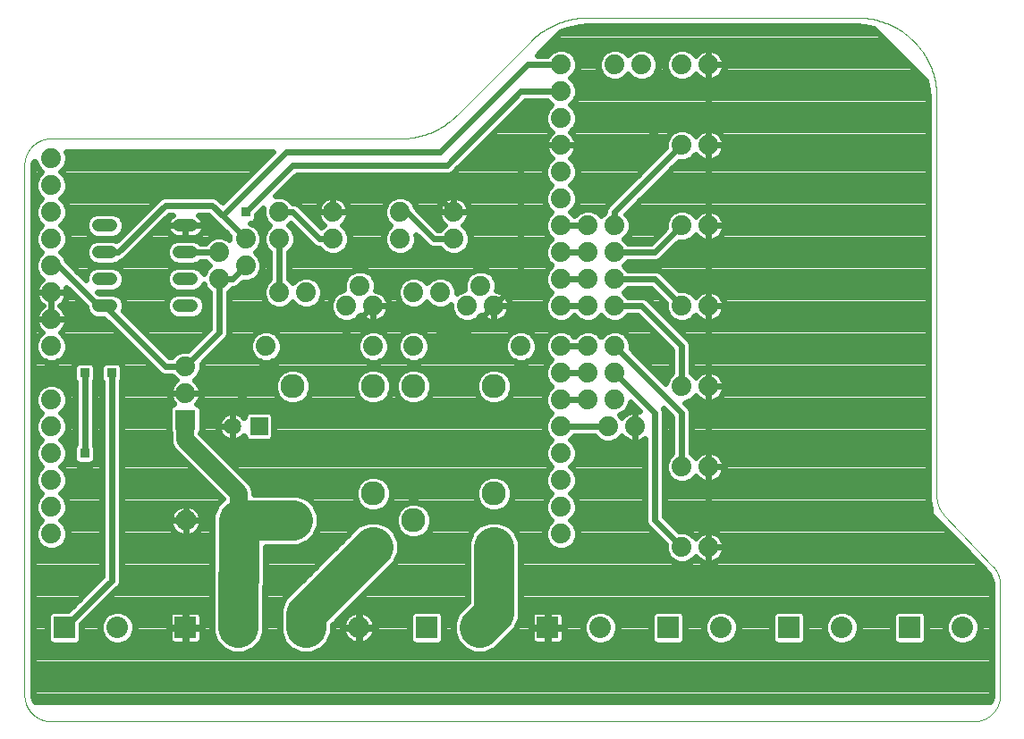
<source format=gbl>
G75*
%MOIN*%
%OFA0B0*%
%FSLAX25Y25*%
%IPPOS*%
%LPD*%
%AMOC8*
5,1,8,0,0,1.08239X$1,22.5*
%
%ADD10C,0.00000*%
%ADD11C,0.07400*%
%ADD12C,0.09000*%
%ADD13R,0.08000X0.08000*%
%ADD14C,0.08000*%
%ADD15R,0.07400X0.07400*%
%ADD16C,0.07600*%
%ADD17R,0.07600X0.07600*%
%ADD18R,0.06500X0.06500*%
%ADD19C,0.06500*%
%ADD20C,0.04800*%
%ADD21C,0.02400*%
%ADD22C,0.15000*%
%ADD23C,0.06600*%
%ADD24R,0.03562X0.03562*%
D10*
X0001500Y0011000D02*
X0001500Y0208461D01*
X0001503Y0208703D01*
X0001512Y0208944D01*
X0001526Y0209185D01*
X0001547Y0209426D01*
X0001573Y0209666D01*
X0001605Y0209906D01*
X0001643Y0210145D01*
X0001686Y0210382D01*
X0001736Y0210619D01*
X0001791Y0210854D01*
X0001851Y0211088D01*
X0001918Y0211320D01*
X0001989Y0211551D01*
X0002067Y0211780D01*
X0002150Y0212007D01*
X0002238Y0212232D01*
X0002332Y0212455D01*
X0002431Y0212675D01*
X0002536Y0212893D01*
X0002645Y0213108D01*
X0002760Y0213321D01*
X0002880Y0213531D01*
X0003005Y0213737D01*
X0003135Y0213941D01*
X0003270Y0214142D01*
X0003410Y0214339D01*
X0003554Y0214533D01*
X0003703Y0214723D01*
X0003857Y0214909D01*
X0004015Y0215092D01*
X0004177Y0215271D01*
X0004344Y0215446D01*
X0004515Y0215617D01*
X0004690Y0215784D01*
X0004869Y0215946D01*
X0005052Y0216104D01*
X0005238Y0216258D01*
X0005428Y0216407D01*
X0005622Y0216551D01*
X0005819Y0216691D01*
X0006020Y0216826D01*
X0006224Y0216956D01*
X0006430Y0217081D01*
X0006640Y0217201D01*
X0006853Y0217316D01*
X0007068Y0217425D01*
X0007286Y0217530D01*
X0007506Y0217629D01*
X0007729Y0217723D01*
X0007954Y0217811D01*
X0008181Y0217894D01*
X0008410Y0217972D01*
X0008641Y0218043D01*
X0008873Y0218110D01*
X0009107Y0218170D01*
X0009342Y0218225D01*
X0009579Y0218275D01*
X0009816Y0218318D01*
X0010055Y0218356D01*
X0010295Y0218388D01*
X0010535Y0218414D01*
X0010776Y0218435D01*
X0011017Y0218449D01*
X0011258Y0218458D01*
X0011500Y0218461D01*
X0141762Y0218461D01*
X0162650Y0227118D02*
X0190350Y0254842D01*
X0211238Y0263500D02*
X0311972Y0263500D01*
X0312686Y0263491D01*
X0313399Y0263466D01*
X0314111Y0263422D01*
X0314822Y0263362D01*
X0315531Y0263285D01*
X0316238Y0263190D01*
X0316943Y0263079D01*
X0317645Y0262950D01*
X0318344Y0262804D01*
X0319039Y0262642D01*
X0319729Y0262463D01*
X0320415Y0262267D01*
X0321097Y0262055D01*
X0321773Y0261826D01*
X0322443Y0261581D01*
X0323107Y0261320D01*
X0323764Y0261043D01*
X0324415Y0260750D01*
X0325059Y0260442D01*
X0325694Y0260118D01*
X0326322Y0259779D01*
X0326942Y0259424D01*
X0327552Y0259055D01*
X0328154Y0258671D01*
X0328746Y0258273D01*
X0329328Y0257861D01*
X0329900Y0257434D01*
X0330462Y0256994D01*
X0331013Y0256541D01*
X0331553Y0256074D01*
X0332081Y0255594D01*
X0332598Y0255102D01*
X0333102Y0254598D01*
X0333594Y0254081D01*
X0334074Y0253553D01*
X0334541Y0253013D01*
X0334994Y0252462D01*
X0335434Y0251900D01*
X0335861Y0251328D01*
X0336273Y0250746D01*
X0336671Y0250154D01*
X0337055Y0249552D01*
X0337424Y0248942D01*
X0337779Y0248322D01*
X0338118Y0247694D01*
X0338442Y0247059D01*
X0338750Y0246415D01*
X0339043Y0245764D01*
X0339320Y0245107D01*
X0339581Y0244443D01*
X0339826Y0243773D01*
X0340055Y0243097D01*
X0340267Y0242415D01*
X0340463Y0241729D01*
X0340642Y0241039D01*
X0340804Y0240344D01*
X0340950Y0239645D01*
X0341079Y0238943D01*
X0341190Y0238238D01*
X0341285Y0237531D01*
X0341362Y0236822D01*
X0341422Y0236111D01*
X0341466Y0235399D01*
X0341491Y0234686D01*
X0341500Y0233972D01*
X0341500Y0084982D01*
X0344237Y0078108D02*
X0362463Y0058853D01*
X0365201Y0051978D02*
X0365201Y0011000D01*
X0365198Y0010758D01*
X0365189Y0010517D01*
X0365175Y0010276D01*
X0365154Y0010035D01*
X0365128Y0009795D01*
X0365096Y0009555D01*
X0365058Y0009316D01*
X0365015Y0009079D01*
X0364965Y0008842D01*
X0364910Y0008607D01*
X0364850Y0008373D01*
X0364783Y0008141D01*
X0364712Y0007910D01*
X0364634Y0007681D01*
X0364551Y0007454D01*
X0364463Y0007229D01*
X0364369Y0007006D01*
X0364270Y0006786D01*
X0364165Y0006568D01*
X0364056Y0006353D01*
X0363941Y0006140D01*
X0363821Y0005930D01*
X0363696Y0005724D01*
X0363566Y0005520D01*
X0363431Y0005319D01*
X0363291Y0005122D01*
X0363147Y0004928D01*
X0362998Y0004738D01*
X0362844Y0004552D01*
X0362686Y0004369D01*
X0362524Y0004190D01*
X0362357Y0004015D01*
X0362186Y0003844D01*
X0362011Y0003677D01*
X0361832Y0003515D01*
X0361649Y0003357D01*
X0361463Y0003203D01*
X0361273Y0003054D01*
X0361079Y0002910D01*
X0360882Y0002770D01*
X0360681Y0002635D01*
X0360477Y0002505D01*
X0360271Y0002380D01*
X0360061Y0002260D01*
X0359848Y0002145D01*
X0359633Y0002036D01*
X0359415Y0001931D01*
X0359195Y0001832D01*
X0358972Y0001738D01*
X0358747Y0001650D01*
X0358520Y0001567D01*
X0358291Y0001489D01*
X0358060Y0001418D01*
X0357828Y0001351D01*
X0357594Y0001291D01*
X0357359Y0001236D01*
X0357122Y0001186D01*
X0356885Y0001143D01*
X0356646Y0001105D01*
X0356406Y0001073D01*
X0356166Y0001047D01*
X0355925Y0001026D01*
X0355684Y0001012D01*
X0355443Y0001003D01*
X0355201Y0001000D01*
X0011500Y0001000D01*
X0011258Y0001003D01*
X0011017Y0001012D01*
X0010776Y0001026D01*
X0010535Y0001047D01*
X0010295Y0001073D01*
X0010055Y0001105D01*
X0009816Y0001143D01*
X0009579Y0001186D01*
X0009342Y0001236D01*
X0009107Y0001291D01*
X0008873Y0001351D01*
X0008641Y0001418D01*
X0008410Y0001489D01*
X0008181Y0001567D01*
X0007954Y0001650D01*
X0007729Y0001738D01*
X0007506Y0001832D01*
X0007286Y0001931D01*
X0007068Y0002036D01*
X0006853Y0002145D01*
X0006640Y0002260D01*
X0006430Y0002380D01*
X0006224Y0002505D01*
X0006020Y0002635D01*
X0005819Y0002770D01*
X0005622Y0002910D01*
X0005428Y0003054D01*
X0005238Y0003203D01*
X0005052Y0003357D01*
X0004869Y0003515D01*
X0004690Y0003677D01*
X0004515Y0003844D01*
X0004344Y0004015D01*
X0004177Y0004190D01*
X0004015Y0004369D01*
X0003857Y0004552D01*
X0003703Y0004738D01*
X0003554Y0004928D01*
X0003410Y0005122D01*
X0003270Y0005319D01*
X0003135Y0005520D01*
X0003005Y0005724D01*
X0002880Y0005930D01*
X0002760Y0006140D01*
X0002645Y0006353D01*
X0002536Y0006568D01*
X0002431Y0006786D01*
X0002332Y0007006D01*
X0002238Y0007229D01*
X0002150Y0007454D01*
X0002067Y0007681D01*
X0001989Y0007910D01*
X0001918Y0008141D01*
X0001851Y0008373D01*
X0001791Y0008607D01*
X0001736Y0008842D01*
X0001686Y0009079D01*
X0001643Y0009316D01*
X0001605Y0009555D01*
X0001573Y0009795D01*
X0001547Y0010035D01*
X0001526Y0010276D01*
X0001512Y0010517D01*
X0001503Y0010758D01*
X0001500Y0011000D01*
X0190349Y0254842D02*
X0190852Y0255334D01*
X0191367Y0255813D01*
X0191892Y0256280D01*
X0192429Y0256734D01*
X0192976Y0257176D01*
X0193534Y0257604D01*
X0194102Y0258019D01*
X0194679Y0258420D01*
X0195266Y0258807D01*
X0195862Y0259181D01*
X0196467Y0259540D01*
X0197080Y0259884D01*
X0197701Y0260214D01*
X0198329Y0260529D01*
X0198965Y0260829D01*
X0199608Y0261113D01*
X0200258Y0261383D01*
X0200914Y0261636D01*
X0201575Y0261874D01*
X0202242Y0262096D01*
X0202914Y0262303D01*
X0203591Y0262493D01*
X0204273Y0262667D01*
X0204958Y0262824D01*
X0205647Y0262966D01*
X0206339Y0263091D01*
X0207033Y0263199D01*
X0207731Y0263291D01*
X0208430Y0263366D01*
X0209130Y0263425D01*
X0209832Y0263467D01*
X0210535Y0263492D01*
X0211238Y0263500D01*
X0162651Y0227118D02*
X0162148Y0226626D01*
X0161633Y0226147D01*
X0161108Y0225680D01*
X0160571Y0225226D01*
X0160024Y0224784D01*
X0159466Y0224356D01*
X0158898Y0223941D01*
X0158321Y0223540D01*
X0157734Y0223153D01*
X0157138Y0222779D01*
X0156533Y0222420D01*
X0155920Y0222076D01*
X0155299Y0221746D01*
X0154671Y0221431D01*
X0154035Y0221131D01*
X0153392Y0220847D01*
X0152742Y0220577D01*
X0152086Y0220324D01*
X0151425Y0220086D01*
X0150758Y0219864D01*
X0150086Y0219657D01*
X0149409Y0219467D01*
X0148727Y0219293D01*
X0148042Y0219136D01*
X0147353Y0218994D01*
X0146661Y0218869D01*
X0145967Y0218761D01*
X0145269Y0218669D01*
X0144570Y0218594D01*
X0143870Y0218535D01*
X0143168Y0218493D01*
X0142465Y0218468D01*
X0141762Y0218460D01*
X0341500Y0084982D02*
X0341503Y0084738D01*
X0341512Y0084493D01*
X0341527Y0084249D01*
X0341548Y0084006D01*
X0341575Y0083763D01*
X0341607Y0083520D01*
X0341646Y0083279D01*
X0341691Y0083038D01*
X0341741Y0082799D01*
X0341797Y0082561D01*
X0341859Y0082325D01*
X0341927Y0082090D01*
X0342001Y0081857D01*
X0342080Y0081625D01*
X0342165Y0081396D01*
X0342255Y0081169D01*
X0342351Y0080944D01*
X0342453Y0080722D01*
X0342560Y0080502D01*
X0342672Y0080285D01*
X0342789Y0080070D01*
X0342912Y0079859D01*
X0343040Y0079650D01*
X0343173Y0079445D01*
X0343311Y0079243D01*
X0343453Y0079045D01*
X0343601Y0078850D01*
X0343753Y0078658D01*
X0343910Y0078471D01*
X0344072Y0078287D01*
X0344237Y0078108D01*
X0362464Y0058852D02*
X0362629Y0058673D01*
X0362791Y0058489D01*
X0362948Y0058302D01*
X0363100Y0058110D01*
X0363248Y0057915D01*
X0363390Y0057717D01*
X0363528Y0057515D01*
X0363661Y0057310D01*
X0363789Y0057101D01*
X0363912Y0056890D01*
X0364029Y0056675D01*
X0364141Y0056458D01*
X0364248Y0056238D01*
X0364350Y0056016D01*
X0364446Y0055791D01*
X0364536Y0055564D01*
X0364621Y0055335D01*
X0364700Y0055103D01*
X0364774Y0054870D01*
X0364842Y0054635D01*
X0364904Y0054399D01*
X0364960Y0054161D01*
X0365010Y0053922D01*
X0365055Y0053681D01*
X0365094Y0053440D01*
X0365126Y0053197D01*
X0365153Y0052954D01*
X0365174Y0052711D01*
X0365189Y0052467D01*
X0365198Y0052222D01*
X0365201Y0051978D01*
D11*
X0256500Y0066000D03*
X0246500Y0066000D03*
X0246500Y0096000D03*
X0256500Y0096000D03*
X0229000Y0111000D03*
X0219000Y0111000D03*
X0221500Y0121000D03*
X0221500Y0131000D03*
X0221500Y0141000D03*
X0211500Y0141000D03*
X0211500Y0131000D03*
X0211500Y0121000D03*
X0201500Y0121000D03*
X0201500Y0111000D03*
X0201500Y0101000D03*
X0201500Y0091000D03*
X0201500Y0081000D03*
X0201500Y0071000D03*
X0246500Y0126000D03*
X0256500Y0126000D03*
X0256500Y0156000D03*
X0246500Y0156000D03*
X0221500Y0156000D03*
X0221500Y0166000D03*
X0221500Y0176000D03*
X0221500Y0186000D03*
X0211500Y0186000D03*
X0211500Y0176000D03*
X0211500Y0166000D03*
X0211500Y0156000D03*
X0201500Y0156000D03*
X0201500Y0166000D03*
X0201500Y0176000D03*
X0201500Y0186000D03*
X0201500Y0196000D03*
X0201500Y0206000D03*
X0201500Y0216000D03*
X0201500Y0226000D03*
X0201500Y0236000D03*
X0201500Y0246000D03*
X0221500Y0246000D03*
X0231500Y0246000D03*
X0246500Y0246000D03*
X0256500Y0246000D03*
X0256500Y0216000D03*
X0246500Y0216000D03*
X0246500Y0186000D03*
X0256500Y0186000D03*
X0201500Y0141000D03*
X0201500Y0131000D03*
X0186500Y0141000D03*
X0176500Y0156000D03*
X0171500Y0163500D03*
X0166500Y0156000D03*
X0156500Y0161000D03*
X0146500Y0161000D03*
X0131500Y0156000D03*
X0126500Y0163500D03*
X0121500Y0156000D03*
X0106500Y0161000D03*
X0096500Y0161000D03*
X0084000Y0171000D03*
X0084000Y0181000D03*
X0074000Y0176000D03*
X0074000Y0166000D03*
X0096500Y0181000D03*
X0096500Y0191000D03*
X0116500Y0191000D03*
X0116500Y0181000D03*
X0141500Y0181000D03*
X0141500Y0191000D03*
X0161500Y0191000D03*
X0161500Y0181000D03*
X0146500Y0141000D03*
X0131500Y0141000D03*
X0091500Y0141000D03*
X0061500Y0133500D03*
X0061500Y0123500D03*
X0011500Y0121000D03*
X0011500Y0111000D03*
X0011500Y0101000D03*
X0011500Y0091000D03*
X0011500Y0081000D03*
X0011500Y0071000D03*
X0011500Y0141000D03*
X0011500Y0151000D03*
X0011500Y0161000D03*
X0011500Y0171000D03*
X0011500Y0181000D03*
X0011500Y0191000D03*
X0011500Y0201000D03*
X0011500Y0211000D03*
D12*
X0101500Y0126000D03*
X0131500Y0126000D03*
X0146500Y0126000D03*
X0176500Y0126000D03*
X0176500Y0086000D03*
X0176500Y0066000D03*
X0146500Y0076000D03*
X0131500Y0066000D03*
X0131500Y0086000D03*
X0101500Y0076000D03*
D13*
X0106500Y0036000D03*
X0151500Y0036000D03*
X0196500Y0036000D03*
X0241500Y0036000D03*
X0286500Y0036000D03*
X0331500Y0036000D03*
X0061500Y0036000D03*
X0016500Y0036000D03*
D14*
X0036185Y0036000D03*
X0081185Y0036000D03*
X0126185Y0036000D03*
X0171185Y0036000D03*
X0216185Y0036000D03*
X0261185Y0036000D03*
X0306185Y0036000D03*
X0351185Y0036000D03*
D15*
X0061500Y0113500D03*
D16*
X0061657Y0076000D03*
D17*
X0081343Y0076000D03*
D18*
X0088921Y0111000D03*
D19*
X0079079Y0111000D03*
D20*
X0063900Y0156000D02*
X0059100Y0156000D01*
X0059100Y0166000D02*
X0063900Y0166000D01*
X0063900Y0176000D02*
X0059100Y0176000D01*
X0059100Y0186000D02*
X0063900Y0186000D01*
X0033900Y0186000D02*
X0029100Y0186000D01*
X0029100Y0176000D02*
X0033900Y0176000D01*
X0033900Y0166000D02*
X0029100Y0166000D01*
X0029100Y0156000D02*
X0033900Y0156000D01*
D21*
X0004784Y0009936D02*
X0005250Y0008500D01*
X0361450Y0008500D01*
X0361917Y0009936D01*
X0362001Y0011000D01*
X0362001Y0051978D01*
X0361947Y0052835D01*
X0361518Y0054494D01*
X0360689Y0055994D01*
X0360139Y0056653D01*
X0359702Y0057115D01*
X0359702Y0057115D01*
X0347608Y0069892D01*
X0339000Y0078500D01*
X0339000Y0080594D01*
X0338300Y0083306D01*
X0338300Y0083306D01*
X0338300Y0233972D01*
X0338173Y0236553D01*
X0337484Y0240015D01*
X0318015Y0259484D01*
X0314553Y0260173D01*
X0311972Y0260300D01*
X0211238Y0260300D01*
X0208656Y0260173D01*
X0203592Y0259165D01*
X0201155Y0258155D01*
X0192600Y0249600D01*
X0196473Y0249600D01*
X0198045Y0251171D01*
X0200287Y0252100D01*
X0202713Y0252100D01*
X0204955Y0251171D01*
X0206671Y0249455D01*
X0207600Y0247213D01*
X0207600Y0244787D01*
X0206671Y0242545D01*
X0205127Y0241000D01*
X0206671Y0239455D01*
X0207600Y0237213D01*
X0207600Y0234787D01*
X0206671Y0232545D01*
X0205127Y0231000D01*
X0206671Y0229455D01*
X0207600Y0227213D01*
X0207600Y0224787D01*
X0206671Y0222545D01*
X0204955Y0220829D01*
X0204915Y0220812D01*
X0205344Y0220500D01*
X0206000Y0219844D01*
X0206546Y0219092D01*
X0206968Y0218265D01*
X0207255Y0217382D01*
X0207400Y0216464D01*
X0207400Y0216000D01*
X0201500Y0216000D01*
X0231500Y0216000D01*
X0244000Y0228500D01*
X0256500Y0228500D01*
X0256500Y0216000D01*
X0256500Y0186000D01*
X0256500Y0156000D01*
X0256500Y0126000D01*
X0256500Y0096000D01*
X0256500Y0066000D01*
X0256500Y0066000D01*
X0256500Y0071900D01*
X0256964Y0071900D01*
X0257882Y0071755D01*
X0258765Y0071468D01*
X0259592Y0071046D01*
X0260344Y0070500D01*
X0261000Y0069844D01*
X0261546Y0069092D01*
X0261968Y0068265D01*
X0262255Y0067382D01*
X0262400Y0066464D01*
X0262400Y0066000D01*
X0256500Y0066000D01*
X0256500Y0066000D01*
X0256500Y0071900D01*
X0256036Y0071900D01*
X0255118Y0071755D01*
X0254235Y0071468D01*
X0253408Y0071046D01*
X0252656Y0070500D01*
X0252000Y0069844D01*
X0251688Y0069415D01*
X0251671Y0069455D01*
X0249955Y0071171D01*
X0247713Y0072100D01*
X0245491Y0072100D01*
X0240100Y0077491D01*
X0240100Y0116716D01*
X0239681Y0117728D01*
X0242900Y0114509D01*
X0242900Y0101027D01*
X0241329Y0099455D01*
X0240400Y0097213D01*
X0240400Y0094787D01*
X0241329Y0092545D01*
X0243045Y0090829D01*
X0245287Y0089900D01*
X0247713Y0089900D01*
X0249955Y0090829D01*
X0251671Y0092545D01*
X0251688Y0092585D01*
X0252000Y0092156D01*
X0252656Y0091500D01*
X0253408Y0090954D01*
X0254235Y0090532D01*
X0255118Y0090245D01*
X0256036Y0090100D01*
X0256500Y0090100D01*
X0256964Y0090100D01*
X0257882Y0090245D01*
X0258765Y0090532D01*
X0259592Y0090954D01*
X0260344Y0091500D01*
X0261000Y0092156D01*
X0261546Y0092908D01*
X0261968Y0093735D01*
X0262255Y0094618D01*
X0262400Y0095536D01*
X0262400Y0096000D01*
X0262400Y0096464D01*
X0262255Y0097382D01*
X0261968Y0098265D01*
X0261546Y0099092D01*
X0261000Y0099844D01*
X0260344Y0100500D01*
X0259592Y0101046D01*
X0258765Y0101468D01*
X0257882Y0101755D01*
X0256964Y0101900D01*
X0256500Y0101900D01*
X0256500Y0096000D01*
X0256500Y0096000D01*
X0262400Y0096000D01*
X0256500Y0096000D01*
X0256500Y0096000D01*
X0256500Y0101900D01*
X0256036Y0101900D01*
X0255118Y0101755D01*
X0254235Y0101468D01*
X0253408Y0101046D01*
X0252656Y0100500D01*
X0252000Y0099844D01*
X0251688Y0099415D01*
X0251671Y0099455D01*
X0250100Y0101027D01*
X0250100Y0116716D01*
X0249552Y0118039D01*
X0248539Y0119052D01*
X0247691Y0119900D01*
X0247713Y0119900D01*
X0249955Y0120829D01*
X0251671Y0122545D01*
X0251688Y0122585D01*
X0252000Y0122156D01*
X0252656Y0121500D01*
X0253408Y0120954D01*
X0254235Y0120532D01*
X0255118Y0120245D01*
X0256036Y0120100D01*
X0256500Y0120100D01*
X0256964Y0120100D01*
X0257882Y0120245D01*
X0258765Y0120532D01*
X0259592Y0120954D01*
X0260344Y0121500D01*
X0261000Y0122156D01*
X0261546Y0122908D01*
X0261968Y0123735D01*
X0262255Y0124618D01*
X0262400Y0125536D01*
X0262400Y0126000D01*
X0262400Y0126464D01*
X0262255Y0127382D01*
X0261968Y0128265D01*
X0261546Y0129092D01*
X0261000Y0129844D01*
X0260344Y0130500D01*
X0259592Y0131046D01*
X0258765Y0131468D01*
X0257882Y0131755D01*
X0256964Y0131900D01*
X0256500Y0131900D01*
X0256500Y0126000D01*
X0256500Y0126000D01*
X0262400Y0126000D01*
X0256500Y0126000D01*
X0256500Y0126000D01*
X0256500Y0131900D01*
X0256036Y0131900D01*
X0255118Y0131755D01*
X0254235Y0131468D01*
X0253408Y0131046D01*
X0252656Y0130500D01*
X0252000Y0129844D01*
X0251688Y0129415D01*
X0251671Y0129455D01*
X0250100Y0131027D01*
X0250100Y0141716D01*
X0249552Y0143039D01*
X0248539Y0144052D01*
X0233539Y0159052D01*
X0232216Y0159600D01*
X0226527Y0159600D01*
X0225127Y0161000D01*
X0226527Y0162400D01*
X0235009Y0162400D01*
X0240400Y0157009D01*
X0240400Y0154787D01*
X0241329Y0152545D01*
X0243045Y0150829D01*
X0245287Y0149900D01*
X0247713Y0149900D01*
X0249955Y0150829D01*
X0251671Y0152545D01*
X0251688Y0152585D01*
X0252000Y0152156D01*
X0252656Y0151500D01*
X0253408Y0150954D01*
X0254235Y0150532D01*
X0255118Y0150245D01*
X0256036Y0150100D01*
X0256500Y0150100D01*
X0256964Y0150100D01*
X0257882Y0150245D01*
X0258765Y0150532D01*
X0259592Y0150954D01*
X0260344Y0151500D01*
X0261000Y0152156D01*
X0261546Y0152908D01*
X0261968Y0153735D01*
X0262255Y0154618D01*
X0262400Y0155536D01*
X0262400Y0156000D01*
X0262400Y0156464D01*
X0262255Y0157382D01*
X0261968Y0158265D01*
X0261546Y0159092D01*
X0261000Y0159844D01*
X0260344Y0160500D01*
X0259592Y0161046D01*
X0258765Y0161468D01*
X0257882Y0161755D01*
X0256964Y0161900D01*
X0256500Y0161900D01*
X0256500Y0156000D01*
X0256500Y0156000D01*
X0262400Y0156000D01*
X0256500Y0156000D01*
X0256500Y0156000D01*
X0256500Y0161900D01*
X0256036Y0161900D01*
X0255118Y0161755D01*
X0254235Y0161468D01*
X0253408Y0161046D01*
X0252656Y0160500D01*
X0252000Y0159844D01*
X0251688Y0159415D01*
X0251671Y0159455D01*
X0249955Y0161171D01*
X0247713Y0162100D01*
X0245491Y0162100D01*
X0238539Y0169052D01*
X0237216Y0169600D01*
X0226527Y0169600D01*
X0225127Y0171000D01*
X0226527Y0172400D01*
X0237216Y0172400D01*
X0238539Y0172948D01*
X0245491Y0179900D01*
X0247713Y0179900D01*
X0249955Y0180829D01*
X0251671Y0182545D01*
X0251688Y0182585D01*
X0252000Y0182156D01*
X0252656Y0181500D01*
X0253408Y0180954D01*
X0254235Y0180532D01*
X0255118Y0180245D01*
X0256036Y0180100D01*
X0256500Y0180100D01*
X0256964Y0180100D01*
X0257882Y0180245D01*
X0258765Y0180532D01*
X0259592Y0180954D01*
X0260344Y0181500D01*
X0261000Y0182156D01*
X0261546Y0182908D01*
X0261968Y0183735D01*
X0262255Y0184618D01*
X0262400Y0185536D01*
X0262400Y0186000D01*
X0262400Y0186464D01*
X0262255Y0187382D01*
X0261968Y0188265D01*
X0261546Y0189092D01*
X0261000Y0189844D01*
X0260344Y0190500D01*
X0259592Y0191046D01*
X0258765Y0191468D01*
X0257882Y0191755D01*
X0256964Y0191900D01*
X0256500Y0191900D01*
X0256500Y0186000D01*
X0256500Y0186000D01*
X0262400Y0186000D01*
X0256500Y0186000D01*
X0256500Y0186000D01*
X0256500Y0191900D01*
X0256036Y0191900D01*
X0255118Y0191755D01*
X0254235Y0191468D01*
X0253408Y0191046D01*
X0252656Y0190500D01*
X0252000Y0189844D01*
X0251688Y0189415D01*
X0251671Y0189455D01*
X0249955Y0191171D01*
X0247713Y0192100D01*
X0245287Y0192100D01*
X0243045Y0191171D01*
X0241329Y0189455D01*
X0240400Y0187213D01*
X0240400Y0184991D01*
X0235009Y0179600D01*
X0226527Y0179600D01*
X0225127Y0181000D01*
X0226671Y0182545D01*
X0227600Y0184787D01*
X0227600Y0187213D01*
X0226671Y0189455D01*
X0225859Y0190268D01*
X0245491Y0209900D01*
X0247713Y0209900D01*
X0249955Y0210829D01*
X0251671Y0212545D01*
X0251688Y0212585D01*
X0252000Y0212156D01*
X0252656Y0211500D01*
X0253408Y0210954D01*
X0254235Y0210532D01*
X0255118Y0210245D01*
X0256036Y0210100D01*
X0256500Y0210100D01*
X0256964Y0210100D01*
X0257882Y0210245D01*
X0258765Y0210532D01*
X0259592Y0210954D01*
X0260344Y0211500D01*
X0261000Y0212156D01*
X0261546Y0212908D01*
X0261968Y0213735D01*
X0262255Y0214618D01*
X0262400Y0215536D01*
X0262400Y0216000D01*
X0262400Y0216464D01*
X0262255Y0217382D01*
X0261968Y0218265D01*
X0261546Y0219092D01*
X0261000Y0219844D01*
X0260344Y0220500D01*
X0259592Y0221046D01*
X0258765Y0221468D01*
X0257882Y0221755D01*
X0256964Y0221900D01*
X0256500Y0221900D01*
X0256500Y0216000D01*
X0256500Y0216000D01*
X0262400Y0216000D01*
X0256500Y0216000D01*
X0256500Y0216000D01*
X0256500Y0221900D01*
X0256036Y0221900D01*
X0255118Y0221755D01*
X0254235Y0221468D01*
X0253408Y0221046D01*
X0252656Y0220500D01*
X0252000Y0219844D01*
X0251688Y0219415D01*
X0251671Y0219455D01*
X0249955Y0221171D01*
X0247713Y0222100D01*
X0245287Y0222100D01*
X0243045Y0221171D01*
X0241329Y0219455D01*
X0240400Y0217213D01*
X0240400Y0214991D01*
X0218448Y0193039D01*
X0217900Y0191716D01*
X0217900Y0191027D01*
X0216500Y0189627D01*
X0214955Y0191171D01*
X0212713Y0192100D01*
X0210287Y0192100D01*
X0208045Y0191171D01*
X0206500Y0189627D01*
X0205127Y0191000D01*
X0206671Y0192545D01*
X0207600Y0194787D01*
X0207600Y0197213D01*
X0206671Y0199455D01*
X0205127Y0201000D01*
X0206671Y0202545D01*
X0207600Y0204787D01*
X0207600Y0207213D01*
X0206671Y0209455D01*
X0204955Y0211171D01*
X0204915Y0211188D01*
X0205344Y0211500D01*
X0206000Y0212156D01*
X0206546Y0212908D01*
X0206968Y0213735D01*
X0207255Y0214618D01*
X0207400Y0215536D01*
X0207400Y0216000D01*
X0201500Y0216000D01*
X0191500Y0216000D01*
X0186500Y0211000D01*
X0186500Y0191000D01*
X0161500Y0191000D01*
X0151500Y0201000D01*
X0121500Y0201000D01*
X0116500Y0196000D01*
X0116500Y0191000D01*
X0116500Y0191000D01*
X0116500Y0196900D01*
X0116964Y0196900D01*
X0117882Y0196755D01*
X0118765Y0196468D01*
X0119592Y0196046D01*
X0120344Y0195500D01*
X0121000Y0194844D01*
X0121546Y0194092D01*
X0121968Y0193265D01*
X0122255Y0192382D01*
X0122400Y0191464D01*
X0122400Y0191000D01*
X0116500Y0191000D01*
X0116500Y0191000D01*
X0116500Y0191000D01*
X0110600Y0191000D01*
X0110600Y0191464D01*
X0110745Y0192382D01*
X0111032Y0193265D01*
X0111454Y0194092D01*
X0112000Y0194844D01*
X0112656Y0195500D01*
X0113408Y0196046D01*
X0114235Y0196468D01*
X0115118Y0196755D01*
X0116036Y0196900D01*
X0116500Y0196900D01*
X0116500Y0191000D01*
X0122400Y0191000D01*
X0122400Y0190536D01*
X0122255Y0189618D01*
X0121968Y0188735D01*
X0121546Y0187908D01*
X0121000Y0187156D01*
X0120344Y0186500D01*
X0119915Y0186188D01*
X0119955Y0186171D01*
X0121671Y0184455D01*
X0122600Y0182213D01*
X0122600Y0179787D01*
X0121671Y0177545D01*
X0119955Y0175829D01*
X0117713Y0174900D01*
X0115287Y0174900D01*
X0113045Y0175829D01*
X0111473Y0177400D01*
X0110784Y0177400D01*
X0109461Y0177948D01*
X0100768Y0186641D01*
X0100127Y0186000D01*
X0101671Y0184455D01*
X0102600Y0182213D01*
X0102600Y0179787D01*
X0101671Y0177545D01*
X0100100Y0175973D01*
X0100100Y0166027D01*
X0101500Y0164627D01*
X0103045Y0166171D01*
X0105287Y0167100D01*
X0107713Y0167100D01*
X0109955Y0166171D01*
X0111671Y0164455D01*
X0112600Y0162213D01*
X0112600Y0159787D01*
X0111671Y0157545D01*
X0109955Y0155829D01*
X0107713Y0154900D01*
X0105287Y0154900D01*
X0103045Y0155829D01*
X0101500Y0157373D01*
X0099955Y0155829D01*
X0097713Y0154900D01*
X0095287Y0154900D01*
X0093045Y0155829D01*
X0091329Y0157545D01*
X0090400Y0159787D01*
X0090400Y0162213D01*
X0091329Y0164455D01*
X0092900Y0166027D01*
X0092900Y0175973D01*
X0091329Y0177545D01*
X0090400Y0179787D01*
X0090400Y0182213D01*
X0091329Y0184455D01*
X0092873Y0186000D01*
X0091329Y0187545D01*
X0090400Y0189787D01*
X0090400Y0192213D01*
X0090468Y0192376D01*
X0088181Y0190090D01*
X0088181Y0188741D01*
X0087816Y0187859D01*
X0087141Y0187184D01*
X0086258Y0186819D01*
X0085892Y0186819D01*
X0087455Y0186171D01*
X0089171Y0184455D01*
X0090100Y0182213D01*
X0090100Y0179787D01*
X0089171Y0177545D01*
X0087627Y0176000D01*
X0089171Y0174455D01*
X0090100Y0172213D01*
X0090100Y0169787D01*
X0089171Y0167545D01*
X0087455Y0165829D01*
X0085213Y0164900D01*
X0082991Y0164900D01*
X0082052Y0163961D01*
X0081039Y0162948D01*
X0079716Y0162400D01*
X0079027Y0162400D01*
X0077600Y0160973D01*
X0077600Y0145284D01*
X0077052Y0143961D01*
X0067600Y0134509D01*
X0067600Y0132287D01*
X0066671Y0130045D01*
X0064955Y0128329D01*
X0064915Y0128312D01*
X0065344Y0128000D01*
X0066000Y0127344D01*
X0066546Y0126592D01*
X0066968Y0125765D01*
X0067255Y0124882D01*
X0067400Y0123964D01*
X0067400Y0123500D01*
X0061500Y0123500D01*
X0061500Y0123500D01*
X0067400Y0123500D01*
X0067400Y0123036D01*
X0067255Y0122118D01*
X0066968Y0121235D01*
X0066546Y0120408D01*
X0066000Y0119656D01*
X0065866Y0119522D01*
X0066559Y0119235D01*
X0067235Y0118559D01*
X0067600Y0117677D01*
X0067600Y0109323D01*
X0067235Y0108441D01*
X0067200Y0108406D01*
X0067200Y0108361D01*
X0084729Y0090832D01*
X0086332Y0089229D01*
X0087200Y0087134D01*
X0087200Y0085900D01*
X0103469Y0085900D01*
X0107108Y0084393D01*
X0109893Y0081608D01*
X0111400Y0077969D01*
X0111400Y0074031D01*
X0109893Y0070392D01*
X0107108Y0067607D01*
X0103469Y0066100D01*
X0091243Y0066100D01*
X0091243Y0051688D01*
X0091085Y0051308D01*
X0091085Y0034031D01*
X0089578Y0030392D01*
X0086793Y0027607D01*
X0083154Y0026100D01*
X0079216Y0026100D01*
X0075577Y0027607D01*
X0072792Y0030392D01*
X0071285Y0034031D01*
X0071285Y0057654D01*
X0071443Y0058034D01*
X0071443Y0077969D01*
X0072950Y0081608D01*
X0075390Y0084049D01*
X0056668Y0102771D01*
X0055800Y0104866D01*
X0055800Y0108406D01*
X0055765Y0108441D01*
X0055400Y0109323D01*
X0055400Y0117677D01*
X0055765Y0118559D01*
X0056441Y0119235D01*
X0057134Y0119522D01*
X0057000Y0119656D01*
X0056454Y0120408D01*
X0056032Y0121235D01*
X0055745Y0122118D01*
X0055600Y0123036D01*
X0055600Y0123500D01*
X0061500Y0123500D01*
X0061500Y0123500D01*
X0055600Y0123500D01*
X0055600Y0123964D01*
X0055745Y0124882D01*
X0056032Y0125765D01*
X0056454Y0126592D01*
X0057000Y0127344D01*
X0057656Y0128000D01*
X0058085Y0128312D01*
X0058045Y0128329D01*
X0056473Y0129900D01*
X0053284Y0129900D01*
X0051961Y0130448D01*
X0031209Y0151200D01*
X0028145Y0151200D01*
X0026381Y0151931D01*
X0025031Y0153281D01*
X0024300Y0155045D01*
X0024300Y0155609D01*
X0017124Y0162785D01*
X0017255Y0162382D01*
X0017400Y0161464D01*
X0017400Y0161000D01*
X0011500Y0161000D01*
X0011500Y0161000D01*
X0017400Y0161000D01*
X0017400Y0160536D01*
X0017255Y0159618D01*
X0016968Y0158735D01*
X0016546Y0157908D01*
X0016000Y0157156D01*
X0015344Y0156500D01*
X0014656Y0156000D01*
X0015344Y0155500D01*
X0016000Y0154844D01*
X0016546Y0154092D01*
X0016968Y0153265D01*
X0017255Y0152382D01*
X0017400Y0151464D01*
X0017400Y0151000D01*
X0011500Y0151000D01*
X0011500Y0151000D01*
X0011500Y0151000D01*
X0011500Y0161000D01*
X0011500Y0161000D01*
X0005600Y0161000D01*
X0005600Y0161464D01*
X0005745Y0162382D01*
X0006032Y0163265D01*
X0006454Y0164092D01*
X0007000Y0164844D01*
X0007656Y0165500D01*
X0008085Y0165812D01*
X0008045Y0165829D01*
X0006329Y0167545D01*
X0005400Y0169787D01*
X0005400Y0172213D01*
X0006329Y0174455D01*
X0007873Y0176000D01*
X0006329Y0177545D01*
X0005400Y0179787D01*
X0005400Y0182213D01*
X0006329Y0184455D01*
X0007873Y0186000D01*
X0006329Y0187545D01*
X0005400Y0189787D01*
X0005400Y0192213D01*
X0006329Y0194455D01*
X0007873Y0196000D01*
X0006329Y0197545D01*
X0005400Y0199787D01*
X0005400Y0202213D01*
X0006329Y0204455D01*
X0007873Y0206000D01*
X0006329Y0207545D01*
X0005400Y0209787D01*
X0005400Y0209900D01*
X0004763Y0209263D01*
X0004700Y0208461D01*
X0004700Y0011000D01*
X0004784Y0009936D01*
X0004732Y0010594D02*
X0361969Y0010594D01*
X0362001Y0012993D02*
X0004700Y0012993D01*
X0004700Y0015391D02*
X0362001Y0015391D01*
X0362001Y0017790D02*
X0004700Y0017790D01*
X0004700Y0020188D02*
X0362001Y0020188D01*
X0362001Y0022587D02*
X0004700Y0022587D01*
X0004700Y0024985D02*
X0362001Y0024985D01*
X0362001Y0027384D02*
X0176253Y0027384D01*
X0176793Y0027607D02*
X0184893Y0035707D01*
X0186400Y0039346D01*
X0186400Y0043284D01*
X0186400Y0067969D01*
X0184893Y0071608D01*
X0182108Y0074393D01*
X0178469Y0075900D01*
X0174531Y0075900D01*
X0170892Y0074393D01*
X0168107Y0071608D01*
X0166600Y0067969D01*
X0166600Y0045416D01*
X0162792Y0041608D01*
X0161285Y0037969D01*
X0161285Y0034031D01*
X0162792Y0030392D01*
X0165577Y0027607D01*
X0169216Y0026100D01*
X0173154Y0026100D01*
X0176793Y0027607D01*
X0178968Y0029782D02*
X0214472Y0029782D01*
X0214912Y0029600D02*
X0217458Y0029600D01*
X0219810Y0030574D01*
X0221611Y0032375D01*
X0222585Y0034727D01*
X0222585Y0037273D01*
X0221611Y0039625D01*
X0219810Y0041426D01*
X0217458Y0042400D01*
X0214912Y0042400D01*
X0212560Y0041426D01*
X0210759Y0039625D01*
X0209785Y0037273D01*
X0209785Y0034727D01*
X0210759Y0032375D01*
X0212560Y0030574D01*
X0214912Y0029600D01*
X0217898Y0029782D02*
X0236583Y0029782D01*
X0237023Y0029600D02*
X0245977Y0029600D01*
X0246859Y0029965D01*
X0247535Y0030641D01*
X0247900Y0031523D01*
X0247900Y0040477D01*
X0247535Y0041359D01*
X0246859Y0042035D01*
X0245977Y0042400D01*
X0237023Y0042400D01*
X0236141Y0042035D01*
X0235465Y0041359D01*
X0235100Y0040477D01*
X0235100Y0031523D01*
X0235465Y0030641D01*
X0236141Y0029965D01*
X0237023Y0029600D01*
X0235100Y0032181D02*
X0221417Y0032181D01*
X0222524Y0034579D02*
X0235100Y0034579D01*
X0235100Y0036978D02*
X0222585Y0036978D01*
X0221714Y0039376D02*
X0235100Y0039376D01*
X0235881Y0041775D02*
X0218968Y0041775D01*
X0213402Y0041775D02*
X0201826Y0041775D01*
X0201851Y0041760D02*
X0201349Y0042050D01*
X0200790Y0042200D01*
X0196580Y0042200D01*
X0196580Y0036080D01*
X0202700Y0036080D01*
X0202700Y0040290D01*
X0202550Y0040849D01*
X0202260Y0041351D01*
X0201851Y0041760D01*
X0202700Y0039376D02*
X0210656Y0039376D01*
X0209785Y0036978D02*
X0202700Y0036978D01*
X0202700Y0035920D02*
X0196580Y0035920D01*
X0196580Y0036080D01*
X0196420Y0036080D01*
X0196420Y0042200D01*
X0192210Y0042200D01*
X0191651Y0042050D01*
X0191149Y0041760D01*
X0190740Y0041351D01*
X0190450Y0040849D01*
X0190300Y0040290D01*
X0190300Y0036080D01*
X0196420Y0036080D01*
X0196420Y0035920D01*
X0196580Y0035920D01*
X0196580Y0029800D01*
X0200790Y0029800D01*
X0201349Y0029950D01*
X0201851Y0030240D01*
X0202260Y0030649D01*
X0202550Y0031151D01*
X0202700Y0031710D01*
X0202700Y0035920D01*
X0202700Y0034579D02*
X0209846Y0034579D01*
X0210953Y0032181D02*
X0202700Y0032181D01*
X0196580Y0032181D02*
X0196420Y0032181D01*
X0196420Y0029800D02*
X0192210Y0029800D01*
X0191651Y0029950D01*
X0191149Y0030240D01*
X0190740Y0030649D01*
X0190450Y0031151D01*
X0190300Y0031710D01*
X0190300Y0035920D01*
X0196420Y0035920D01*
X0196420Y0029800D01*
X0196420Y0034579D02*
X0196580Y0034579D01*
X0196580Y0036978D02*
X0196420Y0036978D01*
X0196420Y0039376D02*
X0196580Y0039376D01*
X0196580Y0041775D02*
X0196420Y0041775D01*
X0191174Y0041775D02*
X0186400Y0041775D01*
X0186400Y0044173D02*
X0362001Y0044173D01*
X0362001Y0041775D02*
X0353968Y0041775D01*
X0354810Y0041426D02*
X0352458Y0042400D01*
X0349912Y0042400D01*
X0347560Y0041426D01*
X0345759Y0039625D01*
X0344785Y0037273D01*
X0344785Y0034727D01*
X0345759Y0032375D01*
X0347560Y0030574D01*
X0349912Y0029600D01*
X0352458Y0029600D01*
X0354810Y0030574D01*
X0356611Y0032375D01*
X0357585Y0034727D01*
X0357585Y0037273D01*
X0356611Y0039625D01*
X0354810Y0041426D01*
X0356714Y0039376D02*
X0362001Y0039376D01*
X0362001Y0036978D02*
X0357585Y0036978D01*
X0357524Y0034579D02*
X0362001Y0034579D01*
X0362001Y0032181D02*
X0356417Y0032181D01*
X0352898Y0029782D02*
X0362001Y0029782D01*
X0349472Y0029782D02*
X0336417Y0029782D01*
X0335977Y0029600D02*
X0336859Y0029965D01*
X0337535Y0030641D01*
X0337900Y0031523D01*
X0337900Y0040477D01*
X0337535Y0041359D01*
X0336859Y0042035D01*
X0335977Y0042400D01*
X0327023Y0042400D01*
X0326141Y0042035D01*
X0325465Y0041359D01*
X0325100Y0040477D01*
X0325100Y0031523D01*
X0325465Y0030641D01*
X0326141Y0029965D01*
X0327023Y0029600D01*
X0335977Y0029600D01*
X0337900Y0032181D02*
X0345953Y0032181D01*
X0344846Y0034579D02*
X0337900Y0034579D01*
X0337900Y0036978D02*
X0344785Y0036978D01*
X0345656Y0039376D02*
X0337900Y0039376D01*
X0337119Y0041775D02*
X0348402Y0041775D01*
X0362001Y0046572D02*
X0186400Y0046572D01*
X0186400Y0048970D02*
X0362001Y0048970D01*
X0362001Y0051369D02*
X0186400Y0051369D01*
X0186400Y0053767D02*
X0361706Y0053767D01*
X0360545Y0056166D02*
X0186400Y0056166D01*
X0186400Y0058564D02*
X0358330Y0058564D01*
X0356060Y0060963D02*
X0259605Y0060963D01*
X0259592Y0060954D02*
X0260344Y0061500D01*
X0261000Y0062156D01*
X0261546Y0062908D01*
X0261968Y0063735D01*
X0262255Y0064618D01*
X0262400Y0065536D01*
X0262400Y0066000D01*
X0256500Y0066000D01*
X0256500Y0060100D01*
X0256964Y0060100D01*
X0257882Y0060245D01*
X0258765Y0060532D01*
X0259592Y0060954D01*
X0256500Y0060963D02*
X0256500Y0060963D01*
X0256500Y0060100D02*
X0256500Y0066000D01*
X0256500Y0066000D01*
X0256500Y0065760D02*
X0256500Y0065760D01*
X0256500Y0068158D02*
X0256500Y0068158D01*
X0256500Y0070557D02*
X0256500Y0070557D01*
X0252734Y0070557D02*
X0250570Y0070557D01*
X0246500Y0066000D02*
X0236500Y0076000D01*
X0236500Y0116000D01*
X0221500Y0131000D01*
X0229876Y0137715D02*
X0242900Y0137715D01*
X0242900Y0139509D02*
X0242900Y0131027D01*
X0241329Y0129455D01*
X0240400Y0127213D01*
X0240400Y0127191D01*
X0227600Y0139991D01*
X0227600Y0142213D01*
X0226671Y0144455D01*
X0224955Y0146171D01*
X0222713Y0147100D01*
X0220287Y0147100D01*
X0218045Y0146171D01*
X0216500Y0144627D01*
X0214955Y0146171D01*
X0212713Y0147100D01*
X0210287Y0147100D01*
X0208045Y0146171D01*
X0206500Y0144627D01*
X0204955Y0146171D01*
X0202713Y0147100D01*
X0200287Y0147100D01*
X0198045Y0146171D01*
X0196329Y0144455D01*
X0195400Y0142213D01*
X0195400Y0139787D01*
X0196329Y0137545D01*
X0197873Y0136000D01*
X0196329Y0134455D01*
X0195400Y0132213D01*
X0195400Y0129787D01*
X0196329Y0127545D01*
X0197873Y0126000D01*
X0196329Y0124455D01*
X0195400Y0122213D01*
X0195400Y0119787D01*
X0196329Y0117545D01*
X0197873Y0116000D01*
X0196329Y0114455D01*
X0195400Y0112213D01*
X0195400Y0109787D01*
X0196329Y0107545D01*
X0197873Y0106000D01*
X0196329Y0104455D01*
X0195400Y0102213D01*
X0195400Y0099787D01*
X0196329Y0097545D01*
X0197873Y0096000D01*
X0196329Y0094455D01*
X0195400Y0092213D01*
X0195400Y0089787D01*
X0196329Y0087545D01*
X0197873Y0086000D01*
X0196329Y0084455D01*
X0195400Y0082213D01*
X0195400Y0079787D01*
X0196329Y0077545D01*
X0197873Y0076000D01*
X0196329Y0074455D01*
X0195400Y0072213D01*
X0195400Y0069787D01*
X0196329Y0067545D01*
X0198045Y0065829D01*
X0200287Y0064900D01*
X0202713Y0064900D01*
X0204955Y0065829D01*
X0206671Y0067545D01*
X0207600Y0069787D01*
X0207600Y0072213D01*
X0206671Y0074455D01*
X0205127Y0076000D01*
X0206671Y0077545D01*
X0207600Y0079787D01*
X0207600Y0082213D01*
X0206671Y0084455D01*
X0205127Y0086000D01*
X0206671Y0087545D01*
X0207600Y0089787D01*
X0207600Y0092213D01*
X0206671Y0094455D01*
X0205127Y0096000D01*
X0206671Y0097545D01*
X0207600Y0099787D01*
X0207600Y0102213D01*
X0206671Y0104455D01*
X0205127Y0106000D01*
X0206527Y0107400D01*
X0213973Y0107400D01*
X0215545Y0105829D01*
X0217787Y0104900D01*
X0220213Y0104900D01*
X0222455Y0105829D01*
X0224171Y0107545D01*
X0224188Y0107585D01*
X0224500Y0107156D01*
X0225156Y0106500D01*
X0225908Y0105954D01*
X0226735Y0105532D01*
X0227618Y0105245D01*
X0228536Y0105100D01*
X0229000Y0105100D01*
X0229464Y0105100D01*
X0230382Y0105245D01*
X0231265Y0105532D01*
X0232092Y0105954D01*
X0232844Y0106500D01*
X0232900Y0106556D01*
X0232900Y0075284D01*
X0233448Y0073961D01*
X0240400Y0067009D01*
X0240400Y0064787D01*
X0241329Y0062545D01*
X0243045Y0060829D01*
X0245287Y0059900D01*
X0247713Y0059900D01*
X0249955Y0060829D01*
X0251671Y0062545D01*
X0251688Y0062585D01*
X0252000Y0062156D01*
X0252656Y0061500D01*
X0253408Y0060954D01*
X0254235Y0060532D01*
X0255118Y0060245D01*
X0256036Y0060100D01*
X0256500Y0060100D01*
X0253395Y0060963D02*
X0250089Y0060963D01*
X0256500Y0063361D02*
X0256500Y0063361D01*
X0261777Y0063361D02*
X0353790Y0063361D01*
X0351519Y0065760D02*
X0262400Y0065760D01*
X0262002Y0068158D02*
X0349249Y0068158D01*
X0346943Y0070557D02*
X0260266Y0070557D01*
X0244636Y0072955D02*
X0344545Y0072955D01*
X0342146Y0075354D02*
X0242237Y0075354D01*
X0240100Y0077752D02*
X0339748Y0077752D01*
X0339000Y0080151D02*
X0240100Y0080151D01*
X0240100Y0082549D02*
X0338495Y0082549D01*
X0338300Y0084948D02*
X0240100Y0084948D01*
X0240100Y0087346D02*
X0338300Y0087346D01*
X0338300Y0089745D02*
X0240100Y0089745D01*
X0240100Y0092143D02*
X0241730Y0092143D01*
X0240501Y0094542D02*
X0240100Y0094542D01*
X0240100Y0096940D02*
X0240400Y0096940D01*
X0240100Y0099339D02*
X0241280Y0099339D01*
X0240100Y0101737D02*
X0242900Y0101737D01*
X0242900Y0104136D02*
X0240100Y0104136D01*
X0240100Y0106534D02*
X0242900Y0106534D01*
X0242900Y0108933D02*
X0240100Y0108933D01*
X0240100Y0111332D02*
X0242900Y0111332D01*
X0242900Y0113730D02*
X0240100Y0113730D01*
X0240100Y0116129D02*
X0241280Y0116129D01*
X0246500Y0116000D02*
X0246500Y0096000D01*
X0251270Y0092143D02*
X0252013Y0092143D01*
X0256500Y0092143D02*
X0256500Y0092143D01*
X0256500Y0090100D02*
X0256500Y0096000D01*
X0256500Y0096000D01*
X0256500Y0090100D01*
X0256500Y0094542D02*
X0256500Y0094542D01*
X0256500Y0096940D02*
X0256500Y0096940D01*
X0256500Y0099339D02*
X0256500Y0099339D01*
X0256500Y0101737D02*
X0256500Y0101737D01*
X0255065Y0101737D02*
X0250100Y0101737D01*
X0250100Y0104136D02*
X0338300Y0104136D01*
X0338300Y0106534D02*
X0250100Y0106534D01*
X0250100Y0108933D02*
X0338300Y0108933D01*
X0338300Y0111332D02*
X0250100Y0111332D01*
X0250100Y0113730D02*
X0338300Y0113730D01*
X0338300Y0116129D02*
X0250100Y0116129D01*
X0249064Y0118527D02*
X0338300Y0118527D01*
X0338300Y0120926D02*
X0259537Y0120926D01*
X0256500Y0120926D02*
X0256500Y0120926D01*
X0256500Y0120100D02*
X0256500Y0126000D01*
X0256500Y0126000D01*
X0256500Y0120100D01*
X0253463Y0120926D02*
X0250052Y0120926D01*
X0246500Y0116000D02*
X0221500Y0141000D01*
X0226216Y0144911D02*
X0237498Y0144911D01*
X0235100Y0147309D02*
X0077600Y0147309D01*
X0077600Y0149708D02*
X0232701Y0149708D01*
X0230303Y0152106D02*
X0226233Y0152106D01*
X0226527Y0152400D02*
X0230009Y0152400D01*
X0242900Y0139509D01*
X0242295Y0140114D02*
X0227600Y0140114D01*
X0227476Y0142512D02*
X0239897Y0142512D01*
X0246500Y0141000D02*
X0246500Y0126000D01*
X0250607Y0130520D02*
X0252683Y0130520D01*
X0250100Y0132918D02*
X0338300Y0132918D01*
X0338300Y0130520D02*
X0260317Y0130520D01*
X0262014Y0128121D02*
X0338300Y0128121D01*
X0338300Y0125723D02*
X0262400Y0125723D01*
X0261758Y0123324D02*
X0338300Y0123324D01*
X0338300Y0135317D02*
X0250100Y0135317D01*
X0250100Y0137715D02*
X0338300Y0137715D01*
X0338300Y0140114D02*
X0250100Y0140114D01*
X0249770Y0142512D02*
X0338300Y0142512D01*
X0338300Y0144911D02*
X0247680Y0144911D01*
X0245282Y0147309D02*
X0338300Y0147309D01*
X0338300Y0149708D02*
X0242883Y0149708D01*
X0241767Y0152106D02*
X0240485Y0152106D01*
X0240517Y0154505D02*
X0238086Y0154505D01*
X0240400Y0156903D02*
X0235688Y0156903D01*
X0238107Y0159302D02*
X0232936Y0159302D01*
X0231500Y0156000D02*
X0246500Y0141000D01*
X0242900Y0135317D02*
X0232275Y0135317D01*
X0234673Y0132918D02*
X0242900Y0132918D01*
X0242393Y0130520D02*
X0237072Y0130520D01*
X0239470Y0128121D02*
X0240776Y0128121D01*
X0230785Y0116624D02*
X0230382Y0116755D01*
X0229464Y0116900D01*
X0229000Y0116900D01*
X0229000Y0111000D01*
X0229000Y0111000D01*
X0229000Y0105100D01*
X0229000Y0111000D01*
X0229000Y0111000D01*
X0229000Y0116900D01*
X0228536Y0116900D01*
X0227618Y0116755D01*
X0226735Y0116468D01*
X0225908Y0116046D01*
X0225156Y0115500D01*
X0224500Y0114844D01*
X0224188Y0114415D01*
X0224171Y0114455D01*
X0223259Y0115368D01*
X0223765Y0115532D01*
X0224592Y0115954D01*
X0225344Y0116500D01*
X0226000Y0117156D01*
X0226546Y0117908D01*
X0226968Y0118735D01*
X0227255Y0119618D01*
X0227328Y0120081D01*
X0230785Y0116624D01*
X0229000Y0116129D02*
X0229000Y0116129D01*
X0229000Y0113730D02*
X0229000Y0113730D01*
X0229000Y0111332D02*
X0229000Y0111332D01*
X0229000Y0108933D02*
X0229000Y0108933D01*
X0229000Y0106534D02*
X0229000Y0106534D01*
X0232878Y0106534D02*
X0232900Y0106534D01*
X0232900Y0104136D02*
X0206804Y0104136D01*
X0207600Y0101737D02*
X0232900Y0101737D01*
X0232900Y0099339D02*
X0207415Y0099339D01*
X0206067Y0096940D02*
X0232900Y0096940D01*
X0232900Y0094542D02*
X0206585Y0094542D01*
X0207600Y0092143D02*
X0232900Y0092143D01*
X0232900Y0089745D02*
X0207583Y0089745D01*
X0206473Y0087346D02*
X0232900Y0087346D01*
X0232900Y0084948D02*
X0206179Y0084948D01*
X0207461Y0082549D02*
X0232900Y0082549D01*
X0232900Y0080151D02*
X0207600Y0080151D01*
X0206757Y0077752D02*
X0232900Y0077752D01*
X0232900Y0075354D02*
X0205773Y0075354D01*
X0207293Y0072955D02*
X0234453Y0072955D01*
X0236852Y0070557D02*
X0207600Y0070557D01*
X0206926Y0068158D02*
X0239251Y0068158D01*
X0240400Y0065760D02*
X0204789Y0065760D01*
X0198211Y0065760D02*
X0186400Y0065760D01*
X0186400Y0063361D02*
X0240990Y0063361D01*
X0242911Y0060963D02*
X0186400Y0060963D01*
X0186322Y0068158D02*
X0196074Y0068158D01*
X0195400Y0070557D02*
X0185328Y0070557D01*
X0183545Y0072955D02*
X0195707Y0072955D01*
X0197227Y0075354D02*
X0179788Y0075354D01*
X0177872Y0079100D02*
X0175127Y0079100D01*
X0172591Y0080150D01*
X0170650Y0082091D01*
X0169600Y0084627D01*
X0169600Y0087372D01*
X0170650Y0089909D01*
X0172591Y0091850D01*
X0175127Y0092900D01*
X0177872Y0092900D01*
X0180409Y0091850D01*
X0182350Y0089909D01*
X0183400Y0087372D01*
X0183400Y0084627D01*
X0182350Y0082091D01*
X0180409Y0080150D01*
X0177872Y0079100D01*
X0180409Y0080151D02*
X0195400Y0080151D01*
X0195539Y0082549D02*
X0182539Y0082549D01*
X0183400Y0084948D02*
X0196821Y0084948D01*
X0196527Y0087346D02*
X0183400Y0087346D01*
X0182417Y0089745D02*
X0195417Y0089745D01*
X0195400Y0092143D02*
X0179699Y0092143D01*
X0173301Y0092143D02*
X0134699Y0092143D01*
X0135409Y0091850D02*
X0132872Y0092900D01*
X0130127Y0092900D01*
X0127591Y0091850D01*
X0125650Y0089909D01*
X0124600Y0087372D01*
X0124600Y0084627D01*
X0125650Y0082091D01*
X0127591Y0080150D01*
X0130127Y0079100D01*
X0132872Y0079100D01*
X0135409Y0080150D01*
X0137350Y0082091D01*
X0138400Y0084627D01*
X0138400Y0087372D01*
X0137350Y0089909D01*
X0135409Y0091850D01*
X0137417Y0089745D02*
X0170583Y0089745D01*
X0169600Y0087346D02*
X0138400Y0087346D01*
X0138400Y0084948D02*
X0169600Y0084948D01*
X0170461Y0082549D02*
X0148719Y0082549D01*
X0147872Y0082900D02*
X0145127Y0082900D01*
X0142591Y0081850D01*
X0140650Y0079909D01*
X0139600Y0077372D01*
X0139600Y0074627D01*
X0140650Y0072091D01*
X0142591Y0070150D01*
X0145127Y0069100D01*
X0147872Y0069100D01*
X0150409Y0070150D01*
X0152350Y0072091D01*
X0153400Y0074627D01*
X0153400Y0077372D01*
X0152350Y0079909D01*
X0150409Y0081850D01*
X0147872Y0082900D01*
X0144281Y0082549D02*
X0137539Y0082549D01*
X0135409Y0080151D02*
X0140893Y0080151D01*
X0139757Y0077752D02*
X0111400Y0077752D01*
X0111400Y0075354D02*
X0128212Y0075354D01*
X0129531Y0075900D02*
X0125892Y0074393D01*
X0098107Y0046608D01*
X0096600Y0042969D01*
X0096600Y0039031D01*
X0096600Y0034031D01*
X0098107Y0030392D01*
X0100892Y0027607D01*
X0104531Y0026100D01*
X0108469Y0026100D01*
X0112108Y0027607D01*
X0114893Y0030392D01*
X0116400Y0034031D01*
X0116400Y0036899D01*
X0139893Y0060392D01*
X0141400Y0064031D01*
X0141400Y0067969D01*
X0139893Y0071608D01*
X0137108Y0074393D01*
X0133469Y0075900D01*
X0129531Y0075900D01*
X0127591Y0080151D02*
X0110496Y0080151D01*
X0108951Y0082549D02*
X0125461Y0082549D01*
X0124600Y0084948D02*
X0105768Y0084948D01*
X0110955Y0072955D02*
X0124455Y0072955D01*
X0122056Y0070557D02*
X0109961Y0070557D01*
X0107659Y0068158D02*
X0119658Y0068158D01*
X0117259Y0065760D02*
X0091243Y0065760D01*
X0091243Y0063361D02*
X0114861Y0063361D01*
X0112462Y0060963D02*
X0091243Y0060963D01*
X0091243Y0058564D02*
X0110064Y0058564D01*
X0107665Y0056166D02*
X0091243Y0056166D01*
X0091243Y0053767D02*
X0105267Y0053767D01*
X0102868Y0051369D02*
X0091110Y0051369D01*
X0091085Y0048970D02*
X0100470Y0048970D01*
X0098092Y0046572D02*
X0091085Y0046572D01*
X0091085Y0044173D02*
X0097099Y0044173D01*
X0096600Y0041775D02*
X0091085Y0041775D01*
X0091085Y0039376D02*
X0096600Y0039376D01*
X0096600Y0036978D02*
X0091085Y0036978D01*
X0091085Y0034579D02*
X0096600Y0034579D01*
X0097366Y0032181D02*
X0090319Y0032181D01*
X0088968Y0029782D02*
X0098717Y0029782D01*
X0101432Y0027384D02*
X0086253Y0027384D01*
X0076117Y0027384D02*
X0004700Y0027384D01*
X0004700Y0029782D02*
X0011583Y0029782D01*
X0012023Y0029600D02*
X0020977Y0029600D01*
X0021859Y0029965D01*
X0022535Y0030641D01*
X0022900Y0031523D01*
X0022900Y0037309D01*
X0037052Y0051461D01*
X0037600Y0052784D01*
X0037600Y0127644D01*
X0037816Y0127859D01*
X0038181Y0128741D01*
X0038181Y0133258D01*
X0037816Y0134141D01*
X0037141Y0134816D01*
X0036258Y0135181D01*
X0031741Y0135181D01*
X0030859Y0134816D01*
X0030184Y0134141D01*
X0029819Y0133258D01*
X0029819Y0128741D01*
X0030184Y0127859D01*
X0030400Y0127644D01*
X0030400Y0054991D01*
X0017809Y0042400D01*
X0012023Y0042400D01*
X0011141Y0042035D01*
X0010465Y0041359D01*
X0010100Y0040477D01*
X0010100Y0031523D01*
X0010465Y0030641D01*
X0011141Y0029965D01*
X0012023Y0029600D01*
X0010100Y0032181D02*
X0004700Y0032181D01*
X0004700Y0034579D02*
X0010100Y0034579D01*
X0010100Y0036978D02*
X0004700Y0036978D01*
X0004700Y0039376D02*
X0010100Y0039376D01*
X0010881Y0041775D02*
X0004700Y0041775D01*
X0004700Y0044173D02*
X0019582Y0044173D01*
X0021981Y0046572D02*
X0004700Y0046572D01*
X0004700Y0048970D02*
X0024379Y0048970D01*
X0026778Y0051369D02*
X0004700Y0051369D01*
X0004700Y0053767D02*
X0029176Y0053767D01*
X0030400Y0056166D02*
X0004700Y0056166D01*
X0004700Y0058564D02*
X0030400Y0058564D01*
X0030400Y0060963D02*
X0004700Y0060963D01*
X0004700Y0063361D02*
X0030400Y0063361D01*
X0030400Y0065760D02*
X0014789Y0065760D01*
X0014955Y0065829D02*
X0016671Y0067545D01*
X0017600Y0069787D01*
X0017600Y0072213D01*
X0016671Y0074455D01*
X0015127Y0076000D01*
X0016671Y0077545D01*
X0017600Y0079787D01*
X0017600Y0082213D01*
X0016671Y0084455D01*
X0015127Y0086000D01*
X0016671Y0087545D01*
X0017600Y0089787D01*
X0017600Y0092213D01*
X0016671Y0094455D01*
X0015127Y0096000D01*
X0016671Y0097545D01*
X0017600Y0099787D01*
X0017600Y0102213D01*
X0016671Y0104455D01*
X0015127Y0106000D01*
X0016671Y0107545D01*
X0017600Y0109787D01*
X0017600Y0112213D01*
X0016671Y0114455D01*
X0015127Y0116000D01*
X0016671Y0117545D01*
X0017600Y0119787D01*
X0017600Y0122213D01*
X0016671Y0124455D01*
X0014955Y0126171D01*
X0012713Y0127100D01*
X0010287Y0127100D01*
X0008045Y0126171D01*
X0006329Y0124455D01*
X0005400Y0122213D01*
X0005400Y0119787D01*
X0006329Y0117545D01*
X0007873Y0116000D01*
X0006329Y0114455D01*
X0005400Y0112213D01*
X0005400Y0109787D01*
X0006329Y0107545D01*
X0007873Y0106000D01*
X0006329Y0104455D01*
X0005400Y0102213D01*
X0005400Y0099787D01*
X0006329Y0097545D01*
X0007873Y0096000D01*
X0006329Y0094455D01*
X0005400Y0092213D01*
X0005400Y0089787D01*
X0006329Y0087545D01*
X0007873Y0086000D01*
X0006329Y0084455D01*
X0005400Y0082213D01*
X0005400Y0079787D01*
X0006329Y0077545D01*
X0007873Y0076000D01*
X0006329Y0074455D01*
X0005400Y0072213D01*
X0005400Y0069787D01*
X0006329Y0067545D01*
X0008045Y0065829D01*
X0010287Y0064900D01*
X0012713Y0064900D01*
X0014955Y0065829D01*
X0016926Y0068158D02*
X0030400Y0068158D01*
X0030400Y0070557D02*
X0017600Y0070557D01*
X0017293Y0072955D02*
X0030400Y0072955D01*
X0030400Y0075354D02*
X0015773Y0075354D01*
X0016757Y0077752D02*
X0030400Y0077752D01*
X0030400Y0080151D02*
X0017600Y0080151D01*
X0017461Y0082549D02*
X0030400Y0082549D01*
X0030400Y0084948D02*
X0016179Y0084948D01*
X0016473Y0087346D02*
X0030400Y0087346D01*
X0030400Y0089745D02*
X0017583Y0089745D01*
X0017600Y0092143D02*
X0030400Y0092143D01*
X0030400Y0094542D02*
X0016585Y0094542D01*
X0016067Y0096940D02*
X0021448Y0096940D01*
X0021741Y0096819D02*
X0026258Y0096819D01*
X0027141Y0097184D01*
X0027816Y0097859D01*
X0028181Y0098741D01*
X0028181Y0103258D01*
X0027816Y0104141D01*
X0027600Y0104356D01*
X0027600Y0127644D01*
X0027816Y0127859D01*
X0028181Y0128741D01*
X0028181Y0133258D01*
X0027816Y0134141D01*
X0027141Y0134816D01*
X0026258Y0135181D01*
X0021741Y0135181D01*
X0020859Y0134816D01*
X0020184Y0134141D01*
X0019819Y0133258D01*
X0019819Y0128741D01*
X0020184Y0127859D01*
X0020400Y0127644D01*
X0020400Y0104356D01*
X0020184Y0104141D01*
X0019819Y0103258D01*
X0019819Y0098741D01*
X0020184Y0097859D01*
X0020859Y0097184D01*
X0021741Y0096819D01*
X0019819Y0099339D02*
X0017415Y0099339D01*
X0017600Y0101737D02*
X0019819Y0101737D01*
X0020182Y0104136D02*
X0016804Y0104136D01*
X0015661Y0106534D02*
X0020400Y0106534D01*
X0020400Y0108933D02*
X0017246Y0108933D01*
X0017600Y0111332D02*
X0020400Y0111332D01*
X0020400Y0113730D02*
X0016972Y0113730D01*
X0015255Y0116129D02*
X0020400Y0116129D01*
X0020400Y0118527D02*
X0017078Y0118527D01*
X0017600Y0120926D02*
X0020400Y0120926D01*
X0020400Y0123324D02*
X0017140Y0123324D01*
X0015404Y0125723D02*
X0020400Y0125723D01*
X0020076Y0128121D02*
X0004700Y0128121D01*
X0004700Y0125723D02*
X0007596Y0125723D01*
X0005860Y0123324D02*
X0004700Y0123324D01*
X0004700Y0120926D02*
X0005400Y0120926D01*
X0005922Y0118527D02*
X0004700Y0118527D01*
X0004700Y0116129D02*
X0007745Y0116129D01*
X0006028Y0113730D02*
X0004700Y0113730D01*
X0004700Y0111332D02*
X0005400Y0111332D01*
X0005754Y0108933D02*
X0004700Y0108933D01*
X0004700Y0106534D02*
X0007339Y0106534D01*
X0006196Y0104136D02*
X0004700Y0104136D01*
X0004700Y0101737D02*
X0005400Y0101737D01*
X0005585Y0099339D02*
X0004700Y0099339D01*
X0004700Y0096940D02*
X0006933Y0096940D01*
X0006415Y0094542D02*
X0004700Y0094542D01*
X0004700Y0092143D02*
X0005400Y0092143D01*
X0005417Y0089745D02*
X0004700Y0089745D01*
X0004700Y0087346D02*
X0006527Y0087346D01*
X0006821Y0084948D02*
X0004700Y0084948D01*
X0004700Y0082549D02*
X0005539Y0082549D01*
X0005400Y0080151D02*
X0004700Y0080151D01*
X0004700Y0077752D02*
X0006243Y0077752D01*
X0007227Y0075354D02*
X0004700Y0075354D01*
X0004700Y0072955D02*
X0005707Y0072955D01*
X0005400Y0070557D02*
X0004700Y0070557D01*
X0004700Y0068158D02*
X0006074Y0068158D01*
X0004700Y0065760D02*
X0008211Y0065760D01*
X0029764Y0044173D02*
X0071285Y0044173D01*
X0071285Y0041775D02*
X0066826Y0041775D01*
X0066851Y0041760D02*
X0066349Y0042050D01*
X0065790Y0042200D01*
X0061580Y0042200D01*
X0061580Y0036080D01*
X0067700Y0036080D01*
X0067700Y0040290D01*
X0067550Y0040849D01*
X0067260Y0041351D01*
X0066851Y0041760D01*
X0067700Y0039376D02*
X0071285Y0039376D01*
X0071285Y0036978D02*
X0067700Y0036978D01*
X0067700Y0035920D02*
X0061580Y0035920D01*
X0061580Y0036080D01*
X0061420Y0036080D01*
X0061420Y0042200D01*
X0057210Y0042200D01*
X0056651Y0042050D01*
X0056149Y0041760D01*
X0055740Y0041351D01*
X0055450Y0040849D01*
X0055300Y0040290D01*
X0055300Y0036080D01*
X0061420Y0036080D01*
X0061420Y0035920D01*
X0061580Y0035920D01*
X0061580Y0029800D01*
X0065790Y0029800D01*
X0066349Y0029950D01*
X0066851Y0030240D01*
X0067260Y0030649D01*
X0067550Y0031151D01*
X0067700Y0031710D01*
X0067700Y0035920D01*
X0067700Y0034579D02*
X0071285Y0034579D01*
X0072051Y0032181D02*
X0067700Y0032181D01*
X0073402Y0029782D02*
X0037898Y0029782D01*
X0037458Y0029600D02*
X0039810Y0030574D01*
X0041611Y0032375D01*
X0042585Y0034727D01*
X0042585Y0037273D01*
X0041611Y0039625D01*
X0039810Y0041426D01*
X0037458Y0042400D01*
X0034912Y0042400D01*
X0032560Y0041426D01*
X0030759Y0039625D01*
X0029785Y0037273D01*
X0029785Y0034727D01*
X0030759Y0032375D01*
X0032560Y0030574D01*
X0034912Y0029600D01*
X0037458Y0029600D01*
X0034472Y0029782D02*
X0021417Y0029782D01*
X0022900Y0032181D02*
X0030953Y0032181D01*
X0029846Y0034579D02*
X0022900Y0034579D01*
X0022900Y0036978D02*
X0029785Y0036978D01*
X0030656Y0039376D02*
X0024967Y0039376D01*
X0027366Y0041775D02*
X0033402Y0041775D01*
X0038968Y0041775D02*
X0056174Y0041775D01*
X0055300Y0039376D02*
X0041714Y0039376D01*
X0042585Y0036978D02*
X0055300Y0036978D01*
X0055300Y0035920D02*
X0055300Y0031710D01*
X0055450Y0031151D01*
X0055740Y0030649D01*
X0056149Y0030240D01*
X0056651Y0029950D01*
X0057210Y0029800D01*
X0061420Y0029800D01*
X0061420Y0035920D01*
X0055300Y0035920D01*
X0055300Y0034579D02*
X0042524Y0034579D01*
X0041417Y0032181D02*
X0055300Y0032181D01*
X0061420Y0032181D02*
X0061580Y0032181D01*
X0061580Y0034579D02*
X0061420Y0034579D01*
X0061420Y0036978D02*
X0061580Y0036978D01*
X0061580Y0039376D02*
X0061420Y0039376D01*
X0061420Y0041775D02*
X0061580Y0041775D01*
X0071285Y0046572D02*
X0032163Y0046572D01*
X0034561Y0048970D02*
X0071285Y0048970D01*
X0071285Y0051369D02*
X0036960Y0051369D01*
X0037600Y0053767D02*
X0071285Y0053767D01*
X0071285Y0056166D02*
X0037600Y0056166D01*
X0037600Y0058564D02*
X0071443Y0058564D01*
X0071443Y0060963D02*
X0037600Y0060963D01*
X0037600Y0063361D02*
X0071443Y0063361D01*
X0071443Y0065760D02*
X0037600Y0065760D01*
X0037600Y0068158D02*
X0071443Y0068158D01*
X0071443Y0070557D02*
X0064191Y0070557D01*
X0063961Y0070440D02*
X0064802Y0070868D01*
X0065566Y0071423D01*
X0066234Y0072091D01*
X0066789Y0072855D01*
X0067218Y0073697D01*
X0067510Y0074595D01*
X0067657Y0075528D01*
X0067657Y0076000D01*
X0061658Y0076000D01*
X0067657Y0076000D01*
X0067657Y0076472D01*
X0067510Y0077405D01*
X0067218Y0078303D01*
X0066789Y0079145D01*
X0066234Y0079909D01*
X0065566Y0080577D01*
X0064802Y0081132D01*
X0063961Y0081560D01*
X0063062Y0081852D01*
X0062130Y0082000D01*
X0061658Y0082000D01*
X0061658Y0076000D01*
X0061658Y0076000D01*
X0061658Y0070000D01*
X0062130Y0070000D01*
X0063062Y0070148D01*
X0063961Y0070440D01*
X0061658Y0070557D02*
X0061657Y0070557D01*
X0061657Y0070000D02*
X0061657Y0076000D01*
X0055657Y0076000D01*
X0055657Y0075528D01*
X0055805Y0074595D01*
X0056097Y0073697D01*
X0056526Y0072855D01*
X0057081Y0072091D01*
X0057749Y0071423D01*
X0058513Y0070868D01*
X0059354Y0070440D01*
X0060252Y0070148D01*
X0061185Y0070000D01*
X0061657Y0070000D01*
X0059124Y0070557D02*
X0037600Y0070557D01*
X0037600Y0072955D02*
X0056475Y0072955D01*
X0055685Y0075354D02*
X0037600Y0075354D01*
X0037600Y0077752D02*
X0055918Y0077752D01*
X0055805Y0077405D02*
X0055657Y0076472D01*
X0055657Y0076000D01*
X0061657Y0076000D01*
X0061657Y0076000D01*
X0061658Y0076000D01*
X0061657Y0076000D01*
X0061657Y0082000D01*
X0061185Y0082000D01*
X0060252Y0081852D01*
X0059354Y0081560D01*
X0058513Y0081132D01*
X0057749Y0080577D01*
X0057081Y0079909D01*
X0056526Y0079145D01*
X0056097Y0078303D01*
X0055805Y0077405D01*
X0057323Y0080151D02*
X0037600Y0080151D01*
X0037600Y0082549D02*
X0073891Y0082549D01*
X0074491Y0084948D02*
X0037600Y0084948D01*
X0037600Y0087346D02*
X0072093Y0087346D01*
X0069694Y0089745D02*
X0037600Y0089745D01*
X0037600Y0092143D02*
X0067296Y0092143D01*
X0064897Y0094542D02*
X0037600Y0094542D01*
X0037600Y0096940D02*
X0062499Y0096940D01*
X0060100Y0099339D02*
X0037600Y0099339D01*
X0037600Y0101737D02*
X0057701Y0101737D01*
X0056102Y0104136D02*
X0037600Y0104136D01*
X0037600Y0106534D02*
X0055800Y0106534D01*
X0055561Y0108933D02*
X0037600Y0108933D01*
X0037600Y0111332D02*
X0055400Y0111332D01*
X0055400Y0113730D02*
X0037600Y0113730D01*
X0037600Y0116129D02*
X0055400Y0116129D01*
X0055752Y0118527D02*
X0037600Y0118527D01*
X0037600Y0120926D02*
X0056190Y0120926D01*
X0055600Y0123324D02*
X0037600Y0123324D01*
X0037600Y0125723D02*
X0056019Y0125723D01*
X0057823Y0128121D02*
X0037924Y0128121D01*
X0038181Y0130520D02*
X0051889Y0130520D01*
X0049491Y0132918D02*
X0038181Y0132918D01*
X0034000Y0131000D02*
X0034000Y0053500D01*
X0016500Y0036000D01*
X0061657Y0072955D02*
X0061658Y0072955D01*
X0061657Y0075354D02*
X0061658Y0075354D01*
X0061657Y0077752D02*
X0061658Y0077752D01*
X0061657Y0080151D02*
X0061658Y0080151D01*
X0065992Y0080151D02*
X0072346Y0080151D01*
X0071443Y0077752D02*
X0067397Y0077752D01*
X0067630Y0075354D02*
X0071443Y0075354D01*
X0071443Y0072955D02*
X0066840Y0072955D01*
X0087112Y0087346D02*
X0124600Y0087346D01*
X0125583Y0089745D02*
X0085816Y0089745D01*
X0083418Y0092143D02*
X0128301Y0092143D01*
X0134788Y0075354D02*
X0139600Y0075354D01*
X0140293Y0072955D02*
X0138545Y0072955D01*
X0140328Y0070557D02*
X0142185Y0070557D01*
X0141322Y0068158D02*
X0166678Y0068158D01*
X0166600Y0065760D02*
X0141400Y0065760D01*
X0141123Y0063361D02*
X0166600Y0063361D01*
X0166600Y0060963D02*
X0140129Y0060963D01*
X0138065Y0058564D02*
X0166600Y0058564D01*
X0166600Y0056166D02*
X0135666Y0056166D01*
X0133268Y0053767D02*
X0166600Y0053767D01*
X0166600Y0051369D02*
X0130869Y0051369D01*
X0128471Y0048970D02*
X0166600Y0048970D01*
X0166600Y0046572D02*
X0126072Y0046572D01*
X0123674Y0044173D02*
X0165358Y0044173D01*
X0162959Y0041775D02*
X0157119Y0041775D01*
X0156859Y0042035D02*
X0157535Y0041359D01*
X0157900Y0040477D01*
X0157900Y0031523D01*
X0157535Y0030641D01*
X0156859Y0029965D01*
X0155977Y0029600D01*
X0147023Y0029600D01*
X0146141Y0029965D01*
X0145465Y0030641D01*
X0145100Y0031523D01*
X0145100Y0040477D01*
X0145465Y0041359D01*
X0146141Y0042035D01*
X0147023Y0042400D01*
X0155977Y0042400D01*
X0156859Y0042035D01*
X0157900Y0039376D02*
X0161868Y0039376D01*
X0161285Y0036978D02*
X0157900Y0036978D01*
X0157900Y0034579D02*
X0161285Y0034579D01*
X0162051Y0032181D02*
X0157900Y0032181D01*
X0156417Y0029782D02*
X0163402Y0029782D01*
X0166117Y0027384D02*
X0111568Y0027384D01*
X0114283Y0029782D02*
X0146583Y0029782D01*
X0145100Y0032181D02*
X0131074Y0032181D01*
X0130914Y0031961D02*
X0131488Y0032750D01*
X0131931Y0033620D01*
X0132232Y0034548D01*
X0132385Y0035512D01*
X0132385Y0035920D01*
X0126265Y0035920D01*
X0126265Y0036080D01*
X0132385Y0036080D01*
X0132385Y0036488D01*
X0132232Y0037452D01*
X0131931Y0038380D01*
X0131488Y0039250D01*
X0130914Y0040039D01*
X0130224Y0040729D01*
X0129435Y0041303D01*
X0128565Y0041746D01*
X0127637Y0042047D01*
X0126673Y0042200D01*
X0126265Y0042200D01*
X0126265Y0036080D01*
X0126105Y0036080D01*
X0126105Y0035920D01*
X0126265Y0035920D01*
X0126265Y0029800D01*
X0126673Y0029800D01*
X0127637Y0029953D01*
X0128565Y0030254D01*
X0129435Y0030697D01*
X0130224Y0031271D01*
X0130914Y0031961D01*
X0132237Y0034579D02*
X0145100Y0034579D01*
X0145100Y0036978D02*
X0132307Y0036978D01*
X0131396Y0039376D02*
X0145100Y0039376D01*
X0145881Y0041775D02*
X0128476Y0041775D01*
X0126265Y0041775D02*
X0126105Y0041775D01*
X0126105Y0042200D02*
X0126105Y0036080D01*
X0119985Y0036080D01*
X0119985Y0036488D01*
X0120138Y0037452D01*
X0120439Y0038380D01*
X0120882Y0039250D01*
X0121456Y0040039D01*
X0122146Y0040729D01*
X0122936Y0041303D01*
X0123805Y0041746D01*
X0124733Y0042047D01*
X0125697Y0042200D01*
X0126105Y0042200D01*
X0123894Y0041775D02*
X0121275Y0041775D01*
X0120974Y0039376D02*
X0118877Y0039376D01*
X0120063Y0036978D02*
X0116478Y0036978D01*
X0116400Y0034579D02*
X0120133Y0034579D01*
X0120138Y0034548D02*
X0120439Y0033620D01*
X0120882Y0032750D01*
X0121456Y0031961D01*
X0122146Y0031271D01*
X0122936Y0030697D01*
X0123805Y0030254D01*
X0124733Y0029953D01*
X0125697Y0029800D01*
X0126105Y0029800D01*
X0126105Y0035920D01*
X0119985Y0035920D01*
X0119985Y0035512D01*
X0120138Y0034548D01*
X0121296Y0032181D02*
X0115634Y0032181D01*
X0126105Y0032181D02*
X0126265Y0032181D01*
X0126265Y0034579D02*
X0126105Y0034579D01*
X0126105Y0036978D02*
X0126265Y0036978D01*
X0126265Y0039376D02*
X0126105Y0039376D01*
X0150815Y0070557D02*
X0167672Y0070557D01*
X0169455Y0072955D02*
X0152707Y0072955D01*
X0153400Y0075354D02*
X0173212Y0075354D01*
X0172591Y0080151D02*
X0152107Y0080151D01*
X0153243Y0077752D02*
X0196243Y0077752D01*
X0196415Y0094542D02*
X0081019Y0094542D01*
X0078621Y0096940D02*
X0196933Y0096940D01*
X0195585Y0099339D02*
X0076222Y0099339D01*
X0073824Y0101737D02*
X0195400Y0101737D01*
X0196196Y0104136D02*
X0071425Y0104136D01*
X0069027Y0106534D02*
X0075953Y0106534D01*
X0076222Y0106339D02*
X0076987Y0105949D01*
X0077803Y0105684D01*
X0078650Y0105550D01*
X0079079Y0105550D01*
X0079508Y0105550D01*
X0080355Y0105684D01*
X0081171Y0105949D01*
X0081935Y0106339D01*
X0082629Y0106843D01*
X0083236Y0107450D01*
X0083271Y0107498D01*
X0083271Y0107273D01*
X0083637Y0106391D01*
X0084312Y0105715D01*
X0085194Y0105350D01*
X0092649Y0105350D01*
X0093531Y0105715D01*
X0094206Y0106391D01*
X0094571Y0107273D01*
X0094571Y0114727D01*
X0094206Y0115609D01*
X0093531Y0116285D01*
X0092649Y0116650D01*
X0085194Y0116650D01*
X0084312Y0116285D01*
X0083637Y0115609D01*
X0083271Y0114727D01*
X0083271Y0114502D01*
X0083236Y0114550D01*
X0082629Y0115157D01*
X0081935Y0115661D01*
X0081171Y0116051D01*
X0080355Y0116316D01*
X0079508Y0116450D01*
X0079079Y0116450D01*
X0079079Y0111000D01*
X0079079Y0111000D01*
X0079079Y0105550D01*
X0079079Y0111000D01*
X0079079Y0111000D01*
X0079079Y0118579D01*
X0101500Y0141000D01*
X0116500Y0141000D01*
X0131500Y0156000D01*
X0136500Y0156000D01*
X0141500Y0151000D01*
X0151500Y0151000D01*
X0156500Y0146000D01*
X0166500Y0146000D01*
X0176500Y0156000D01*
X0186500Y0166000D01*
X0186500Y0191000D01*
X0195400Y0187213D02*
X0195400Y0184787D01*
X0196329Y0182545D01*
X0197873Y0181000D01*
X0196329Y0179455D01*
X0195400Y0177213D01*
X0195400Y0174787D01*
X0196329Y0172545D01*
X0197873Y0171000D01*
X0196329Y0169455D01*
X0195400Y0167213D01*
X0195400Y0164787D01*
X0196329Y0162545D01*
X0197873Y0161000D01*
X0196329Y0159455D01*
X0195400Y0157213D01*
X0195400Y0154787D01*
X0196329Y0152545D01*
X0198045Y0150829D01*
X0200287Y0149900D01*
X0202713Y0149900D01*
X0204955Y0150829D01*
X0206500Y0152373D01*
X0208045Y0150829D01*
X0210287Y0149900D01*
X0212713Y0149900D01*
X0214955Y0150829D01*
X0216500Y0152373D01*
X0218045Y0150829D01*
X0220287Y0149900D01*
X0222713Y0149900D01*
X0224955Y0150829D01*
X0226527Y0152400D01*
X0231500Y0156000D02*
X0221500Y0156000D01*
X0216767Y0152106D02*
X0216233Y0152106D01*
X0211500Y0156000D02*
X0201500Y0156000D01*
X0196767Y0152106D02*
X0180950Y0152106D01*
X0181000Y0152156D02*
X0181546Y0152908D01*
X0181968Y0153735D01*
X0182255Y0154618D01*
X0182400Y0155536D01*
X0182400Y0156000D01*
X0182400Y0156464D01*
X0182255Y0157382D01*
X0181968Y0158265D01*
X0181546Y0159092D01*
X0181000Y0159844D01*
X0180344Y0160500D01*
X0179592Y0161046D01*
X0178765Y0161468D01*
X0177882Y0161755D01*
X0177411Y0161829D01*
X0177600Y0162287D01*
X0177600Y0164713D01*
X0176671Y0166955D01*
X0174955Y0168671D01*
X0172713Y0169600D01*
X0170287Y0169600D01*
X0168045Y0168671D01*
X0166329Y0166955D01*
X0165400Y0164713D01*
X0165400Y0162287D01*
X0165477Y0162100D01*
X0165287Y0162100D01*
X0163045Y0161171D01*
X0162600Y0160727D01*
X0162600Y0162213D01*
X0161671Y0164455D01*
X0159955Y0166171D01*
X0157713Y0167100D01*
X0155287Y0167100D01*
X0153045Y0166171D01*
X0151500Y0164627D01*
X0149955Y0166171D01*
X0147713Y0167100D01*
X0145287Y0167100D01*
X0143045Y0166171D01*
X0141329Y0164455D01*
X0140400Y0162213D01*
X0140400Y0159787D01*
X0141329Y0157545D01*
X0143045Y0155829D01*
X0145287Y0154900D01*
X0147713Y0154900D01*
X0149955Y0155829D01*
X0151500Y0157373D01*
X0153045Y0155829D01*
X0155287Y0154900D01*
X0157713Y0154900D01*
X0159955Y0155829D01*
X0160400Y0156273D01*
X0160400Y0154787D01*
X0161329Y0152545D01*
X0163045Y0150829D01*
X0165287Y0149900D01*
X0167713Y0149900D01*
X0169955Y0150829D01*
X0171671Y0152545D01*
X0171688Y0152585D01*
X0172000Y0152156D01*
X0172656Y0151500D01*
X0173408Y0150954D01*
X0174235Y0150532D01*
X0175118Y0150245D01*
X0176036Y0150100D01*
X0176500Y0150100D01*
X0176964Y0150100D01*
X0177882Y0150245D01*
X0178765Y0150532D01*
X0179592Y0150954D01*
X0180344Y0151500D01*
X0181000Y0152156D01*
X0182218Y0154505D02*
X0195517Y0154505D01*
X0195400Y0156903D02*
X0182330Y0156903D01*
X0182400Y0156000D02*
X0176500Y0156000D01*
X0176500Y0156000D01*
X0182400Y0156000D01*
X0181394Y0159302D02*
X0196265Y0159302D01*
X0197173Y0161700D02*
X0178049Y0161700D01*
X0177600Y0164099D02*
X0195685Y0164099D01*
X0195400Y0166497D02*
X0176861Y0166497D01*
X0174413Y0168896D02*
X0196097Y0168896D01*
X0197579Y0171294D02*
X0100100Y0171294D01*
X0100100Y0168896D02*
X0123587Y0168896D01*
X0123045Y0168671D02*
X0121329Y0166955D01*
X0120400Y0164713D01*
X0120400Y0162287D01*
X0120477Y0162100D01*
X0120287Y0162100D01*
X0118045Y0161171D01*
X0116329Y0159455D01*
X0115400Y0157213D01*
X0115400Y0154787D01*
X0116329Y0152545D01*
X0118045Y0150829D01*
X0120287Y0149900D01*
X0122713Y0149900D01*
X0124955Y0150829D01*
X0126671Y0152545D01*
X0126688Y0152585D01*
X0127000Y0152156D01*
X0127656Y0151500D01*
X0128408Y0150954D01*
X0129235Y0150532D01*
X0130118Y0150245D01*
X0131036Y0150100D01*
X0131500Y0150100D01*
X0131964Y0150100D01*
X0132882Y0150245D01*
X0133765Y0150532D01*
X0134592Y0150954D01*
X0135344Y0151500D01*
X0136000Y0152156D01*
X0136546Y0152908D01*
X0136968Y0153735D01*
X0137255Y0154618D01*
X0137400Y0155536D01*
X0137400Y0156000D01*
X0137400Y0156464D01*
X0137255Y0157382D01*
X0136968Y0158265D01*
X0136546Y0159092D01*
X0136000Y0159844D01*
X0135344Y0160500D01*
X0134592Y0161046D01*
X0133765Y0161468D01*
X0132882Y0161755D01*
X0132411Y0161829D01*
X0132600Y0162287D01*
X0132600Y0164713D01*
X0131671Y0166955D01*
X0129955Y0168671D01*
X0127713Y0169600D01*
X0125287Y0169600D01*
X0123045Y0168671D01*
X0121139Y0166497D02*
X0109168Y0166497D01*
X0111819Y0164099D02*
X0120400Y0164099D01*
X0119322Y0161700D02*
X0112600Y0161700D01*
X0112399Y0159302D02*
X0116265Y0159302D01*
X0115400Y0156903D02*
X0111030Y0156903D01*
X0115517Y0154505D02*
X0077600Y0154505D01*
X0077600Y0156903D02*
X0091970Y0156903D01*
X0090601Y0159302D02*
X0077600Y0159302D01*
X0078327Y0161700D02*
X0090400Y0161700D01*
X0091181Y0164099D02*
X0082190Y0164099D01*
X0079000Y0166000D02*
X0074000Y0166000D01*
X0074000Y0146000D01*
X0061500Y0133500D01*
X0054000Y0133500D01*
X0031500Y0156000D01*
X0029000Y0156000D01*
X0014000Y0171000D01*
X0011500Y0171000D01*
X0016987Y0173693D02*
X0024860Y0173693D01*
X0025031Y0173281D02*
X0026381Y0171931D01*
X0028145Y0171200D01*
X0034855Y0171200D01*
X0036619Y0171931D01*
X0037088Y0172400D01*
X0037216Y0172400D01*
X0038539Y0172948D01*
X0055491Y0189900D01*
X0056642Y0189900D01*
X0056103Y0189509D01*
X0055591Y0188997D01*
X0055166Y0188411D01*
X0054837Y0187766D01*
X0054613Y0187077D01*
X0054500Y0186362D01*
X0054500Y0186000D01*
X0061500Y0186000D01*
X0068500Y0186000D01*
X0068500Y0186362D01*
X0068387Y0187077D01*
X0068163Y0187766D01*
X0067834Y0188411D01*
X0067409Y0188997D01*
X0066897Y0189509D01*
X0066358Y0189900D01*
X0070009Y0189900D01*
X0072198Y0187711D01*
X0073211Y0186698D01*
X0077900Y0182009D01*
X0077900Y0180727D01*
X0077455Y0181171D01*
X0075213Y0182100D01*
X0072787Y0182100D01*
X0070545Y0181171D01*
X0068973Y0179600D01*
X0067088Y0179600D01*
X0066619Y0180069D01*
X0064855Y0180800D01*
X0058145Y0180800D01*
X0056381Y0180069D01*
X0055031Y0178719D01*
X0054300Y0176955D01*
X0054300Y0175045D01*
X0055031Y0173281D01*
X0056381Y0171931D01*
X0058145Y0171200D01*
X0064855Y0171200D01*
X0066619Y0171931D01*
X0067088Y0172400D01*
X0068973Y0172400D01*
X0070373Y0171000D01*
X0068829Y0169455D01*
X0068246Y0168050D01*
X0067969Y0168719D01*
X0066619Y0170069D01*
X0064855Y0170800D01*
X0058145Y0170800D01*
X0056381Y0170069D01*
X0055031Y0168719D01*
X0054300Y0166955D01*
X0054300Y0165045D01*
X0055031Y0163281D01*
X0056381Y0161931D01*
X0058145Y0161200D01*
X0064855Y0161200D01*
X0066619Y0161931D01*
X0067969Y0163281D01*
X0068246Y0163950D01*
X0068829Y0162545D01*
X0070400Y0160973D01*
X0070400Y0147491D01*
X0062509Y0139600D01*
X0060287Y0139600D01*
X0058045Y0138671D01*
X0056473Y0137100D01*
X0055491Y0137100D01*
X0038362Y0154229D01*
X0038700Y0155045D01*
X0038700Y0156955D01*
X0037969Y0158719D01*
X0036619Y0160069D01*
X0034855Y0160800D01*
X0029291Y0160800D01*
X0028891Y0161200D01*
X0034855Y0161200D01*
X0036619Y0161931D01*
X0037969Y0163281D01*
X0038700Y0165045D01*
X0038700Y0166955D01*
X0037969Y0168719D01*
X0036619Y0170069D01*
X0034855Y0170800D01*
X0028145Y0170800D01*
X0026381Y0170069D01*
X0025031Y0168719D01*
X0024300Y0166955D01*
X0024300Y0165791D01*
X0017404Y0172688D01*
X0016671Y0174455D01*
X0015127Y0176000D01*
X0016671Y0177545D01*
X0017600Y0179787D01*
X0017600Y0182213D01*
X0016671Y0184455D01*
X0015127Y0186000D01*
X0016671Y0187545D01*
X0017600Y0189787D01*
X0017600Y0192213D01*
X0016671Y0194455D01*
X0015127Y0196000D01*
X0016671Y0197545D01*
X0017600Y0199787D01*
X0017600Y0202213D01*
X0016671Y0204455D01*
X0015127Y0206000D01*
X0016671Y0207545D01*
X0017600Y0209787D01*
X0017600Y0212213D01*
X0017067Y0213500D01*
X0093909Y0213500D01*
X0075250Y0194841D01*
X0073539Y0196552D01*
X0072216Y0197100D01*
X0053284Y0197100D01*
X0051961Y0196552D01*
X0050948Y0195539D01*
X0035812Y0180403D01*
X0034855Y0180800D01*
X0028145Y0180800D01*
X0026381Y0180069D01*
X0025031Y0178719D01*
X0024300Y0176955D01*
X0024300Y0175045D01*
X0025031Y0173281D01*
X0024300Y0176091D02*
X0015218Y0176091D01*
X0017063Y0178490D02*
X0024936Y0178490D01*
X0026381Y0181931D02*
X0025031Y0183281D01*
X0024300Y0185045D01*
X0024300Y0186955D01*
X0025031Y0188719D01*
X0026381Y0190069D01*
X0028145Y0190800D01*
X0034855Y0190800D01*
X0036619Y0190069D01*
X0037969Y0188719D01*
X0038700Y0186955D01*
X0038700Y0185045D01*
X0037969Y0183281D01*
X0036619Y0181931D01*
X0034855Y0181200D01*
X0028145Y0181200D01*
X0026381Y0181931D01*
X0025028Y0183287D02*
X0017155Y0183287D01*
X0017600Y0180888D02*
X0036297Y0180888D01*
X0037972Y0183287D02*
X0038696Y0183287D01*
X0038700Y0185685D02*
X0041094Y0185685D01*
X0043493Y0188084D02*
X0038232Y0188084D01*
X0035622Y0190482D02*
X0045891Y0190482D01*
X0048290Y0192881D02*
X0017323Y0192881D01*
X0017600Y0190482D02*
X0027378Y0190482D01*
X0024768Y0188084D02*
X0016895Y0188084D01*
X0015441Y0185685D02*
X0024300Y0185685D01*
X0031500Y0176000D02*
X0036500Y0176000D01*
X0054000Y0193500D01*
X0071500Y0193500D01*
X0075250Y0189750D01*
X0099000Y0213500D01*
X0156500Y0213500D01*
X0189000Y0246000D01*
X0201500Y0246000D01*
X0197318Y0250445D02*
X0193445Y0250445D01*
X0195844Y0252844D02*
X0324656Y0252844D01*
X0322258Y0255242D02*
X0198242Y0255242D01*
X0200641Y0257641D02*
X0319859Y0257641D01*
X0315227Y0260039D02*
X0207984Y0260039D01*
X0205682Y0250445D02*
X0217318Y0250445D01*
X0218045Y0251171D02*
X0216329Y0249455D01*
X0215400Y0247213D01*
X0215400Y0244787D01*
X0216329Y0242545D01*
X0218045Y0240829D01*
X0220287Y0239900D01*
X0222713Y0239900D01*
X0224955Y0240829D01*
X0226500Y0242373D01*
X0228045Y0240829D01*
X0230287Y0239900D01*
X0232713Y0239900D01*
X0234955Y0240829D01*
X0236671Y0242545D01*
X0237600Y0244787D01*
X0237600Y0247213D01*
X0236671Y0249455D01*
X0234955Y0251171D01*
X0232713Y0252100D01*
X0230287Y0252100D01*
X0228045Y0251171D01*
X0226500Y0249627D01*
X0224955Y0251171D01*
X0222713Y0252100D01*
X0220287Y0252100D01*
X0218045Y0251171D01*
X0215745Y0248047D02*
X0207255Y0248047D01*
X0207600Y0245648D02*
X0215400Y0245648D01*
X0216037Y0243250D02*
X0206963Y0243250D01*
X0205276Y0240851D02*
X0218022Y0240851D01*
X0224978Y0240851D02*
X0228022Y0240851D01*
X0234978Y0240851D02*
X0243022Y0240851D01*
X0243045Y0240829D02*
X0245287Y0239900D01*
X0247713Y0239900D01*
X0249955Y0240829D01*
X0251671Y0242545D01*
X0251688Y0242585D01*
X0252000Y0242156D01*
X0252656Y0241500D01*
X0253408Y0240954D01*
X0254235Y0240532D01*
X0255118Y0240245D01*
X0256036Y0240100D01*
X0256500Y0240100D01*
X0256964Y0240100D01*
X0257882Y0240245D01*
X0258765Y0240532D01*
X0259592Y0240954D01*
X0260344Y0241500D01*
X0261000Y0242156D01*
X0261546Y0242908D01*
X0261968Y0243735D01*
X0262255Y0244618D01*
X0262400Y0245536D01*
X0262400Y0246000D01*
X0262400Y0246464D01*
X0262255Y0247382D01*
X0261968Y0248265D01*
X0261546Y0249092D01*
X0261000Y0249844D01*
X0260344Y0250500D01*
X0259592Y0251046D01*
X0258765Y0251468D01*
X0257882Y0251755D01*
X0256964Y0251900D01*
X0256500Y0251900D01*
X0256500Y0246000D01*
X0256500Y0228500D01*
X0256500Y0221663D02*
X0256500Y0221663D01*
X0254836Y0221663D02*
X0248768Y0221663D01*
X0244232Y0221663D02*
X0205790Y0221663D01*
X0206421Y0219265D02*
X0241250Y0219265D01*
X0240400Y0216866D02*
X0207336Y0216866D01*
X0207206Y0214468D02*
X0239876Y0214468D01*
X0237478Y0212069D02*
X0205913Y0212069D01*
X0206456Y0209670D02*
X0235079Y0209670D01*
X0232681Y0207272D02*
X0207576Y0207272D01*
X0207600Y0204873D02*
X0230282Y0204873D01*
X0227884Y0202475D02*
X0206602Y0202475D01*
X0206050Y0200076D02*
X0225485Y0200076D01*
X0223087Y0197678D02*
X0207408Y0197678D01*
X0207600Y0195279D02*
X0220688Y0195279D01*
X0218382Y0192881D02*
X0206811Y0192881D01*
X0207356Y0190482D02*
X0205644Y0190482D01*
X0201500Y0186000D02*
X0211500Y0186000D01*
X0215644Y0190482D02*
X0217356Y0190482D01*
X0221500Y0191000D02*
X0221500Y0186000D01*
X0221500Y0191000D02*
X0246500Y0216000D01*
X0251196Y0212069D02*
X0252087Y0212069D01*
X0256500Y0212069D02*
X0256500Y0212069D01*
X0256500Y0210100D02*
X0256500Y0216000D01*
X0256500Y0216000D01*
X0256500Y0210100D01*
X0256500Y0214468D02*
X0256500Y0214468D01*
X0256500Y0216866D02*
X0256500Y0216866D01*
X0256500Y0219265D02*
X0256500Y0219265D01*
X0258164Y0221663D02*
X0338300Y0221663D01*
X0338300Y0219265D02*
X0261421Y0219265D01*
X0262336Y0216866D02*
X0338300Y0216866D01*
X0338300Y0214468D02*
X0262206Y0214468D01*
X0260913Y0212069D02*
X0338300Y0212069D01*
X0338300Y0209670D02*
X0245262Y0209670D01*
X0242863Y0207272D02*
X0338300Y0207272D01*
X0338300Y0204873D02*
X0240465Y0204873D01*
X0238066Y0202475D02*
X0338300Y0202475D01*
X0338300Y0200076D02*
X0235668Y0200076D01*
X0233269Y0197678D02*
X0338300Y0197678D01*
X0338300Y0195279D02*
X0230871Y0195279D01*
X0228472Y0192881D02*
X0338300Y0192881D01*
X0338300Y0190482D02*
X0260361Y0190482D01*
X0262027Y0188084D02*
X0338300Y0188084D01*
X0338300Y0185685D02*
X0262400Y0185685D01*
X0261739Y0183287D02*
X0338300Y0183287D01*
X0338300Y0180888D02*
X0259464Y0180888D01*
X0256500Y0180888D02*
X0256500Y0180888D01*
X0256500Y0180100D02*
X0256500Y0186000D01*
X0256500Y0186000D01*
X0256500Y0180100D01*
X0253536Y0180888D02*
X0250015Y0180888D01*
X0256500Y0183287D02*
X0256500Y0183287D01*
X0256500Y0185685D02*
X0256500Y0185685D01*
X0256500Y0188084D02*
X0256500Y0188084D01*
X0256500Y0190482D02*
X0256500Y0190482D01*
X0252639Y0190482D02*
X0250644Y0190482D01*
X0246500Y0186000D02*
X0236500Y0176000D01*
X0221500Y0176000D01*
X0225421Y0171294D02*
X0338300Y0171294D01*
X0338300Y0168896D02*
X0238695Y0168896D01*
X0241094Y0166497D02*
X0338300Y0166497D01*
X0338300Y0164099D02*
X0243492Y0164099D01*
X0248678Y0161700D02*
X0254951Y0161700D01*
X0256500Y0161700D02*
X0256500Y0161700D01*
X0258049Y0161700D02*
X0338300Y0161700D01*
X0338300Y0159302D02*
X0261394Y0159302D01*
X0262330Y0156903D02*
X0338300Y0156903D01*
X0338300Y0154505D02*
X0262218Y0154505D01*
X0260950Y0152106D02*
X0338300Y0152106D01*
X0338300Y0173693D02*
X0239284Y0173693D01*
X0241682Y0176091D02*
X0338300Y0176091D01*
X0338300Y0178490D02*
X0244081Y0178490D01*
X0238696Y0183287D02*
X0226979Y0183287D01*
X0227600Y0185685D02*
X0240400Y0185685D01*
X0240761Y0188084D02*
X0227239Y0188084D01*
X0226074Y0190482D02*
X0242356Y0190482D01*
X0236297Y0180888D02*
X0225238Y0180888D01*
X0211500Y0176000D02*
X0201500Y0176000D01*
X0195853Y0173693D02*
X0100100Y0173693D01*
X0100218Y0176091D02*
X0112782Y0176091D01*
X0108919Y0178490D02*
X0102063Y0178490D01*
X0102600Y0180888D02*
X0106520Y0180888D01*
X0104122Y0183287D02*
X0102155Y0183287D01*
X0101723Y0185685D02*
X0100441Y0185685D01*
X0101500Y0191000D02*
X0096500Y0191000D01*
X0101500Y0191000D02*
X0111500Y0181000D01*
X0116500Y0181000D01*
X0120218Y0176091D02*
X0137782Y0176091D01*
X0138045Y0175829D02*
X0140287Y0174900D01*
X0142713Y0174900D01*
X0144955Y0175829D01*
X0146671Y0177545D01*
X0147600Y0179787D01*
X0147600Y0182213D01*
X0147532Y0182376D01*
X0151961Y0177948D01*
X0153284Y0177400D01*
X0156473Y0177400D01*
X0158045Y0175829D01*
X0160287Y0174900D01*
X0162713Y0174900D01*
X0164955Y0175829D01*
X0166671Y0177545D01*
X0167600Y0179787D01*
X0167600Y0182213D01*
X0166671Y0184455D01*
X0164955Y0186171D01*
X0164915Y0186188D01*
X0165344Y0186500D01*
X0166000Y0187156D01*
X0166546Y0187908D01*
X0166968Y0188735D01*
X0167255Y0189618D01*
X0167400Y0190536D01*
X0167400Y0191000D01*
X0167400Y0191464D01*
X0167255Y0192382D01*
X0166968Y0193265D01*
X0166546Y0194092D01*
X0166000Y0194844D01*
X0165344Y0195500D01*
X0164592Y0196046D01*
X0163765Y0196468D01*
X0162882Y0196755D01*
X0161964Y0196900D01*
X0161500Y0196900D01*
X0161500Y0191000D01*
X0161500Y0191000D01*
X0167400Y0191000D01*
X0161500Y0191000D01*
X0161500Y0191000D01*
X0161500Y0191000D01*
X0155600Y0191000D01*
X0155600Y0191464D01*
X0155745Y0192382D01*
X0156032Y0193265D01*
X0156454Y0194092D01*
X0157000Y0194844D01*
X0157656Y0195500D01*
X0158408Y0196046D01*
X0159235Y0196468D01*
X0160118Y0196755D01*
X0161036Y0196900D01*
X0161500Y0196900D01*
X0161500Y0191000D01*
X0155600Y0191000D01*
X0155600Y0190536D01*
X0155745Y0189618D01*
X0156032Y0188735D01*
X0156454Y0187908D01*
X0157000Y0187156D01*
X0157656Y0186500D01*
X0158085Y0186188D01*
X0158045Y0186171D01*
X0156473Y0184600D01*
X0155491Y0184600D01*
X0147404Y0192688D01*
X0146671Y0194455D01*
X0144955Y0196171D01*
X0142713Y0197100D01*
X0140287Y0197100D01*
X0138045Y0196171D01*
X0136329Y0194455D01*
X0135400Y0192213D01*
X0135400Y0189787D01*
X0136329Y0187545D01*
X0137873Y0186000D01*
X0136329Y0184455D01*
X0135400Y0182213D01*
X0135400Y0179787D01*
X0136329Y0177545D01*
X0138045Y0175829D01*
X0135937Y0178490D02*
X0122063Y0178490D01*
X0122600Y0180888D02*
X0135400Y0180888D01*
X0135845Y0183287D02*
X0122155Y0183287D01*
X0120441Y0185685D02*
X0137559Y0185685D01*
X0136105Y0188084D02*
X0121636Y0188084D01*
X0122392Y0190482D02*
X0135400Y0190482D01*
X0135677Y0192881D02*
X0122092Y0192881D01*
X0120564Y0195279D02*
X0137153Y0195279D01*
X0141500Y0191000D02*
X0144000Y0191000D01*
X0154000Y0181000D01*
X0161500Y0181000D01*
X0165218Y0176091D02*
X0195400Y0176091D01*
X0195929Y0178490D02*
X0167063Y0178490D01*
X0167600Y0180888D02*
X0197762Y0180888D01*
X0196021Y0183287D02*
X0167155Y0183287D01*
X0165441Y0185685D02*
X0195400Y0185685D01*
X0195400Y0187213D02*
X0196329Y0189455D01*
X0197873Y0191000D01*
X0196329Y0192545D01*
X0195400Y0194787D01*
X0195400Y0197213D01*
X0196329Y0199455D01*
X0197873Y0201000D01*
X0196329Y0202545D01*
X0195400Y0204787D01*
X0195400Y0207213D01*
X0196329Y0209455D01*
X0198045Y0211171D01*
X0198085Y0211188D01*
X0197656Y0211500D01*
X0197000Y0212156D01*
X0196454Y0212908D01*
X0196032Y0213735D01*
X0195745Y0214618D01*
X0195600Y0215536D01*
X0195600Y0216000D01*
X0201500Y0216000D01*
X0201500Y0216000D01*
X0201500Y0216000D01*
X0195600Y0216000D01*
X0195600Y0216464D01*
X0195745Y0217382D01*
X0196032Y0218265D01*
X0196454Y0219092D01*
X0197000Y0219844D01*
X0197656Y0220500D01*
X0198085Y0220812D01*
X0198045Y0220829D01*
X0196329Y0222545D01*
X0195400Y0224787D01*
X0195400Y0227213D01*
X0196329Y0229455D01*
X0197873Y0231000D01*
X0196473Y0232400D01*
X0187991Y0232400D01*
X0162052Y0206461D01*
X0161039Y0205448D01*
X0159716Y0204900D01*
X0102991Y0204900D01*
X0095124Y0197032D01*
X0095287Y0197100D01*
X0097713Y0197100D01*
X0099955Y0196171D01*
X0101527Y0194600D01*
X0102216Y0194600D01*
X0103539Y0194052D01*
X0104552Y0193039D01*
X0112232Y0185359D01*
X0113045Y0186171D01*
X0113085Y0186188D01*
X0112656Y0186500D01*
X0112000Y0187156D01*
X0111454Y0187908D01*
X0111032Y0188735D01*
X0110745Y0189618D01*
X0110600Y0190536D01*
X0110600Y0191000D01*
X0116500Y0191000D01*
X0116500Y0192881D02*
X0116500Y0192881D01*
X0116500Y0195279D02*
X0116500Y0195279D01*
X0112436Y0195279D02*
X0100847Y0195279D01*
X0104710Y0192881D02*
X0110908Y0192881D01*
X0110608Y0190482D02*
X0107109Y0190482D01*
X0109507Y0188084D02*
X0111364Y0188084D01*
X0111906Y0185685D02*
X0112559Y0185685D01*
X0096500Y0181000D02*
X0096500Y0161000D01*
X0101030Y0156903D02*
X0101970Y0156903D01*
X0103832Y0166497D02*
X0100100Y0166497D01*
X0092900Y0166497D02*
X0088124Y0166497D01*
X0089731Y0168896D02*
X0092900Y0168896D01*
X0092900Y0171294D02*
X0090100Y0171294D01*
X0089487Y0173693D02*
X0092900Y0173693D01*
X0092782Y0176091D02*
X0087718Y0176091D01*
X0089563Y0178490D02*
X0090937Y0178490D01*
X0090400Y0180888D02*
X0090100Y0180888D01*
X0089655Y0183287D02*
X0090845Y0183287D01*
X0092559Y0185685D02*
X0087941Y0185685D01*
X0087909Y0188084D02*
X0091105Y0188084D01*
X0090400Y0190482D02*
X0088574Y0190482D01*
X0084000Y0191000D02*
X0101500Y0208500D01*
X0159000Y0208500D01*
X0186500Y0236000D01*
X0201500Y0236000D01*
X0205384Y0231257D02*
X0338300Y0231257D01*
X0338300Y0228859D02*
X0206919Y0228859D01*
X0207600Y0226460D02*
X0338300Y0226460D01*
X0338300Y0224062D02*
X0207300Y0224062D01*
X0207131Y0233656D02*
X0338300Y0233656D01*
X0338198Y0236054D02*
X0207600Y0236054D01*
X0207087Y0238453D02*
X0337795Y0238453D01*
X0336649Y0240851D02*
X0259391Y0240851D01*
X0256500Y0240851D02*
X0256500Y0240851D01*
X0256500Y0240100D02*
X0256500Y0246000D01*
X0262400Y0246000D01*
X0256500Y0246000D01*
X0256500Y0246000D01*
X0256500Y0246000D01*
X0256500Y0246000D01*
X0256500Y0251900D01*
X0256036Y0251900D01*
X0255118Y0251755D01*
X0254235Y0251468D01*
X0253408Y0251046D01*
X0252656Y0250500D01*
X0252000Y0249844D01*
X0251688Y0249415D01*
X0251671Y0249455D01*
X0249955Y0251171D01*
X0247713Y0252100D01*
X0245287Y0252100D01*
X0243045Y0251171D01*
X0241329Y0249455D01*
X0240400Y0247213D01*
X0240400Y0244787D01*
X0241329Y0242545D01*
X0243045Y0240829D01*
X0241037Y0243250D02*
X0236963Y0243250D01*
X0237600Y0245648D02*
X0240400Y0245648D01*
X0240745Y0248047D02*
X0237255Y0248047D01*
X0235682Y0250445D02*
X0242318Y0250445D01*
X0250682Y0250445D02*
X0252601Y0250445D01*
X0256500Y0250445D02*
X0256500Y0250445D01*
X0256500Y0248047D02*
X0256500Y0248047D01*
X0256500Y0246000D02*
X0256500Y0240100D01*
X0253609Y0240851D02*
X0249978Y0240851D01*
X0256500Y0243250D02*
X0256500Y0243250D01*
X0256500Y0245648D02*
X0256500Y0245648D01*
X0260399Y0250445D02*
X0327055Y0250445D01*
X0329453Y0248047D02*
X0262039Y0248047D01*
X0262400Y0245648D02*
X0331852Y0245648D01*
X0334250Y0243250D02*
X0261720Y0243250D01*
X0227318Y0250445D02*
X0225682Y0250445D01*
X0197616Y0231257D02*
X0186848Y0231257D01*
X0184450Y0228859D02*
X0196081Y0228859D01*
X0195400Y0226460D02*
X0182051Y0226460D01*
X0179653Y0224062D02*
X0195700Y0224062D01*
X0197210Y0221663D02*
X0177254Y0221663D01*
X0174856Y0219265D02*
X0196579Y0219265D01*
X0195664Y0216866D02*
X0172457Y0216866D01*
X0170059Y0214468D02*
X0195794Y0214468D01*
X0197087Y0212069D02*
X0167660Y0212069D01*
X0165262Y0209670D02*
X0196544Y0209670D01*
X0195424Y0207272D02*
X0162863Y0207272D01*
X0161500Y0195279D02*
X0161500Y0195279D01*
X0161500Y0192881D02*
X0161500Y0192881D01*
X0157436Y0195279D02*
X0145847Y0195279D01*
X0147323Y0192881D02*
X0155908Y0192881D01*
X0155608Y0190482D02*
X0149609Y0190482D01*
X0152007Y0188084D02*
X0156364Y0188084D01*
X0157559Y0185685D02*
X0154406Y0185685D01*
X0149020Y0180888D02*
X0147600Y0180888D01*
X0147063Y0178490D02*
X0151419Y0178490D01*
X0145218Y0176091D02*
X0157782Y0176091D01*
X0159168Y0166497D02*
X0166139Y0166497D01*
X0165400Y0164099D02*
X0161819Y0164099D01*
X0162600Y0161700D02*
X0164322Y0161700D01*
X0160517Y0154505D02*
X0137218Y0154505D01*
X0137400Y0156000D02*
X0131500Y0156000D01*
X0137400Y0156000D01*
X0137330Y0156903D02*
X0141970Y0156903D01*
X0140601Y0159302D02*
X0136394Y0159302D01*
X0133049Y0161700D02*
X0140400Y0161700D01*
X0141181Y0164099D02*
X0132600Y0164099D01*
X0131861Y0166497D02*
X0143832Y0166497D01*
X0149168Y0166497D02*
X0153832Y0166497D01*
X0151970Y0156903D02*
X0151030Y0156903D01*
X0147713Y0147100D02*
X0145287Y0147100D01*
X0143045Y0146171D01*
X0141329Y0144455D01*
X0140400Y0142213D01*
X0140400Y0139787D01*
X0141329Y0137545D01*
X0143045Y0135829D01*
X0145287Y0134900D01*
X0147713Y0134900D01*
X0149955Y0135829D01*
X0151671Y0137545D01*
X0152600Y0139787D01*
X0152600Y0142213D01*
X0151671Y0144455D01*
X0149955Y0146171D01*
X0147713Y0147100D01*
X0151216Y0144911D02*
X0181784Y0144911D01*
X0181329Y0144455D02*
X0180400Y0142213D01*
X0180400Y0139787D01*
X0181329Y0137545D01*
X0183045Y0135829D01*
X0185287Y0134900D01*
X0187713Y0134900D01*
X0189955Y0135829D01*
X0191671Y0137545D01*
X0192600Y0139787D01*
X0192600Y0142213D01*
X0191671Y0144455D01*
X0189955Y0146171D01*
X0187713Y0147100D01*
X0185287Y0147100D01*
X0183045Y0146171D01*
X0181329Y0144455D01*
X0180524Y0142512D02*
X0152476Y0142512D01*
X0152600Y0140114D02*
X0180400Y0140114D01*
X0181258Y0137715D02*
X0151742Y0137715D01*
X0148719Y0135317D02*
X0184281Y0135317D01*
X0188719Y0135317D02*
X0197190Y0135317D01*
X0196258Y0137715D02*
X0191742Y0137715D01*
X0192600Y0140114D02*
X0195400Y0140114D01*
X0195524Y0142512D02*
X0192476Y0142512D01*
X0191216Y0144911D02*
X0196784Y0144911D01*
X0201500Y0141000D02*
X0211500Y0141000D01*
X0216216Y0144911D02*
X0216784Y0144911D01*
X0206784Y0144911D02*
X0206216Y0144911D01*
X0206233Y0152106D02*
X0206767Y0152106D01*
X0211500Y0166000D02*
X0201500Y0166000D01*
X0221500Y0166000D02*
X0236500Y0166000D01*
X0246500Y0156000D01*
X0251233Y0152106D02*
X0252050Y0152106D01*
X0256500Y0152106D02*
X0256500Y0152106D01*
X0256500Y0150100D02*
X0256500Y0156000D01*
X0256500Y0156000D01*
X0256500Y0150100D01*
X0256500Y0154505D02*
X0256500Y0154505D01*
X0256500Y0156903D02*
X0256500Y0156903D01*
X0256500Y0159302D02*
X0256500Y0159302D01*
X0235709Y0161700D02*
X0225827Y0161700D01*
X0195761Y0188084D02*
X0166636Y0188084D01*
X0167392Y0190482D02*
X0197356Y0190482D01*
X0196189Y0192881D02*
X0167092Y0192881D01*
X0165564Y0195279D02*
X0195400Y0195279D01*
X0195592Y0197678D02*
X0095769Y0197678D01*
X0098168Y0200076D02*
X0196950Y0200076D01*
X0196398Y0202475D02*
X0100566Y0202475D01*
X0102965Y0204873D02*
X0195400Y0204873D01*
X0168587Y0168896D02*
X0129413Y0168896D01*
X0131500Y0156000D02*
X0131500Y0156000D01*
X0131500Y0150100D01*
X0131500Y0156000D01*
X0131500Y0156000D01*
X0131500Y0154505D02*
X0131500Y0154505D01*
X0131500Y0152106D02*
X0131500Y0152106D01*
X0127050Y0152106D02*
X0126233Y0152106D01*
X0128045Y0146171D02*
X0130287Y0147100D01*
X0132713Y0147100D01*
X0134955Y0146171D01*
X0136671Y0144455D01*
X0137600Y0142213D01*
X0137600Y0139787D01*
X0136671Y0137545D01*
X0134955Y0135829D01*
X0132713Y0134900D01*
X0130287Y0134900D01*
X0128045Y0135829D01*
X0126329Y0137545D01*
X0125400Y0139787D01*
X0125400Y0142213D01*
X0126329Y0144455D01*
X0128045Y0146171D01*
X0126784Y0144911D02*
X0096216Y0144911D01*
X0096671Y0144455D02*
X0094955Y0146171D01*
X0092713Y0147100D01*
X0090287Y0147100D01*
X0088045Y0146171D01*
X0086329Y0144455D01*
X0085400Y0142213D01*
X0085400Y0139787D01*
X0086329Y0137545D01*
X0088045Y0135829D01*
X0090287Y0134900D01*
X0092713Y0134900D01*
X0094955Y0135829D01*
X0096671Y0137545D01*
X0097600Y0139787D01*
X0097600Y0142213D01*
X0096671Y0144455D01*
X0097476Y0142512D02*
X0125524Y0142512D01*
X0125400Y0140114D02*
X0097600Y0140114D01*
X0096742Y0137715D02*
X0126258Y0137715D01*
X0129281Y0135317D02*
X0093719Y0135317D01*
X0089281Y0135317D02*
X0068408Y0135317D01*
X0067600Y0132918D02*
X0195692Y0132918D01*
X0195400Y0130520D02*
X0181738Y0130520D01*
X0182350Y0129909D02*
X0180409Y0131850D01*
X0177872Y0132900D01*
X0175127Y0132900D01*
X0172591Y0131850D01*
X0170650Y0129909D01*
X0169600Y0127372D01*
X0169600Y0124627D01*
X0170650Y0122091D01*
X0172591Y0120150D01*
X0175127Y0119100D01*
X0177872Y0119100D01*
X0180409Y0120150D01*
X0182350Y0122091D01*
X0183400Y0124627D01*
X0183400Y0127372D01*
X0182350Y0129909D01*
X0183090Y0128121D02*
X0196090Y0128121D01*
X0197596Y0125723D02*
X0183400Y0125723D01*
X0182860Y0123324D02*
X0195860Y0123324D01*
X0195400Y0120926D02*
X0181184Y0120926D01*
X0171816Y0120926D02*
X0151184Y0120926D01*
X0150409Y0120150D02*
X0152350Y0122091D01*
X0153400Y0124627D01*
X0153400Y0127372D01*
X0152350Y0129909D01*
X0150409Y0131850D01*
X0147872Y0132900D01*
X0145127Y0132900D01*
X0142591Y0131850D01*
X0140650Y0129909D01*
X0139600Y0127372D01*
X0139600Y0124627D01*
X0140650Y0122091D01*
X0142591Y0120150D01*
X0145127Y0119100D01*
X0147872Y0119100D01*
X0150409Y0120150D01*
X0152860Y0123324D02*
X0170140Y0123324D01*
X0169600Y0125723D02*
X0153400Y0125723D01*
X0153090Y0128121D02*
X0169910Y0128121D01*
X0171262Y0130520D02*
X0151738Y0130520D01*
X0144281Y0135317D02*
X0133719Y0135317D01*
X0132872Y0132900D02*
X0130127Y0132900D01*
X0127591Y0131850D01*
X0125650Y0129909D01*
X0124600Y0127372D01*
X0124600Y0124627D01*
X0125650Y0122091D01*
X0127591Y0120150D01*
X0130127Y0119100D01*
X0132872Y0119100D01*
X0135409Y0120150D01*
X0137350Y0122091D01*
X0138400Y0124627D01*
X0138400Y0127372D01*
X0137350Y0129909D01*
X0135409Y0131850D01*
X0132872Y0132900D01*
X0136738Y0130520D02*
X0141262Y0130520D01*
X0139910Y0128121D02*
X0138090Y0128121D01*
X0138400Y0125723D02*
X0139600Y0125723D01*
X0140140Y0123324D02*
X0137860Y0123324D01*
X0136184Y0120926D02*
X0141816Y0120926D01*
X0126816Y0120926D02*
X0106184Y0120926D01*
X0105409Y0120150D02*
X0107350Y0122091D01*
X0108400Y0124627D01*
X0108400Y0127372D01*
X0107350Y0129909D01*
X0105409Y0131850D01*
X0102872Y0132900D01*
X0100127Y0132900D01*
X0097591Y0131850D01*
X0095650Y0129909D01*
X0094600Y0127372D01*
X0094600Y0124627D01*
X0095650Y0122091D01*
X0097591Y0120150D01*
X0100127Y0119100D01*
X0102872Y0119100D01*
X0105409Y0120150D01*
X0107860Y0123324D02*
X0125140Y0123324D01*
X0124600Y0125723D02*
X0108400Y0125723D01*
X0108090Y0128121D02*
X0124910Y0128121D01*
X0126262Y0130520D02*
X0106738Y0130520D01*
X0096262Y0130520D02*
X0066868Y0130520D01*
X0065177Y0128121D02*
X0094910Y0128121D01*
X0094600Y0125723D02*
X0066981Y0125723D01*
X0067400Y0123324D02*
X0095140Y0123324D01*
X0096816Y0120926D02*
X0066810Y0120926D01*
X0067248Y0118527D02*
X0195922Y0118527D01*
X0197745Y0116129D02*
X0093687Y0116129D01*
X0094571Y0113730D02*
X0196028Y0113730D01*
X0195400Y0111332D02*
X0094571Y0111332D01*
X0094571Y0108933D02*
X0195754Y0108933D01*
X0197339Y0106534D02*
X0094266Y0106534D01*
X0083577Y0106534D02*
X0082205Y0106534D01*
X0079079Y0106534D02*
X0079079Y0106534D01*
X0079079Y0108933D02*
X0079079Y0108933D01*
X0079079Y0111000D02*
X0073629Y0111000D01*
X0079079Y0111000D01*
X0079079Y0116450D01*
X0078650Y0116450D01*
X0077803Y0116316D01*
X0076987Y0116051D01*
X0076222Y0115661D01*
X0075528Y0115157D01*
X0074922Y0114550D01*
X0074417Y0113856D01*
X0074028Y0113092D01*
X0073763Y0112276D01*
X0073629Y0111429D01*
X0073629Y0111000D01*
X0073629Y0110571D01*
X0073763Y0109724D01*
X0074028Y0108908D01*
X0074417Y0108144D01*
X0074922Y0107450D01*
X0075528Y0106843D01*
X0076222Y0106339D01*
X0074020Y0108933D02*
X0067439Y0108933D01*
X0067600Y0111332D02*
X0073629Y0111332D01*
X0074353Y0113730D02*
X0067600Y0113730D01*
X0067600Y0116129D02*
X0077226Y0116129D01*
X0079079Y0116129D02*
X0079079Y0116129D01*
X0080931Y0116129D02*
X0084156Y0116129D01*
X0079079Y0113730D02*
X0079079Y0113730D01*
X0079079Y0111332D02*
X0079079Y0111332D01*
X0079079Y0111000D02*
X0079079Y0111000D01*
X0086258Y0137715D02*
X0070806Y0137715D01*
X0073205Y0140114D02*
X0085400Y0140114D01*
X0085524Y0142512D02*
X0075603Y0142512D01*
X0077445Y0144911D02*
X0086784Y0144911D01*
X0077600Y0152106D02*
X0116767Y0152106D01*
X0135950Y0152106D02*
X0161767Y0152106D01*
X0171233Y0152106D02*
X0172050Y0152106D01*
X0176500Y0152106D02*
X0176500Y0152106D01*
X0176500Y0150100D02*
X0176500Y0156000D01*
X0176500Y0156000D01*
X0176500Y0150100D01*
X0176500Y0154505D02*
X0176500Y0154505D01*
X0201500Y0131000D02*
X0211500Y0131000D01*
X0211500Y0121000D02*
X0201500Y0121000D01*
X0201500Y0111000D02*
X0219000Y0111000D01*
X0214839Y0106534D02*
X0205661Y0106534D01*
X0223161Y0106534D02*
X0225122Y0106534D01*
X0224833Y0116129D02*
X0226069Y0116129D01*
X0226862Y0118527D02*
X0228882Y0118527D01*
X0256500Y0123324D02*
X0256500Y0123324D01*
X0256500Y0125723D02*
X0256500Y0125723D01*
X0256500Y0128121D02*
X0256500Y0128121D01*
X0256500Y0130520D02*
X0256500Y0130520D01*
X0257935Y0101737D02*
X0338300Y0101737D01*
X0338300Y0099339D02*
X0261367Y0099339D01*
X0262325Y0096940D02*
X0338300Y0096940D01*
X0338300Y0094542D02*
X0262230Y0094542D01*
X0260987Y0092143D02*
X0338300Y0092143D01*
X0309810Y0041426D02*
X0307458Y0042400D01*
X0304912Y0042400D01*
X0302560Y0041426D01*
X0300759Y0039625D01*
X0299785Y0037273D01*
X0299785Y0034727D01*
X0300759Y0032375D01*
X0302560Y0030574D01*
X0304912Y0029600D01*
X0307458Y0029600D01*
X0309810Y0030574D01*
X0311611Y0032375D01*
X0312585Y0034727D01*
X0312585Y0037273D01*
X0311611Y0039625D01*
X0309810Y0041426D01*
X0308968Y0041775D02*
X0325881Y0041775D01*
X0325100Y0039376D02*
X0311714Y0039376D01*
X0312585Y0036978D02*
X0325100Y0036978D01*
X0325100Y0034579D02*
X0312524Y0034579D01*
X0311417Y0032181D02*
X0325100Y0032181D01*
X0326583Y0029782D02*
X0307898Y0029782D01*
X0304472Y0029782D02*
X0291417Y0029782D01*
X0290977Y0029600D02*
X0291859Y0029965D01*
X0292535Y0030641D01*
X0292900Y0031523D01*
X0292900Y0040477D01*
X0292535Y0041359D01*
X0291859Y0042035D01*
X0290977Y0042400D01*
X0282023Y0042400D01*
X0281141Y0042035D01*
X0280465Y0041359D01*
X0280100Y0040477D01*
X0280100Y0031523D01*
X0280465Y0030641D01*
X0281141Y0029965D01*
X0282023Y0029600D01*
X0290977Y0029600D01*
X0292900Y0032181D02*
X0300953Y0032181D01*
X0299846Y0034579D02*
X0292900Y0034579D01*
X0292900Y0036978D02*
X0299785Y0036978D01*
X0300656Y0039376D02*
X0292900Y0039376D01*
X0292119Y0041775D02*
X0303402Y0041775D01*
X0280881Y0041775D02*
X0263968Y0041775D01*
X0264810Y0041426D02*
X0262458Y0042400D01*
X0259912Y0042400D01*
X0257560Y0041426D01*
X0255759Y0039625D01*
X0254785Y0037273D01*
X0254785Y0034727D01*
X0255759Y0032375D01*
X0257560Y0030574D01*
X0259912Y0029600D01*
X0262458Y0029600D01*
X0264810Y0030574D01*
X0266611Y0032375D01*
X0267585Y0034727D01*
X0267585Y0037273D01*
X0266611Y0039625D01*
X0264810Y0041426D01*
X0266714Y0039376D02*
X0280100Y0039376D01*
X0280100Y0036978D02*
X0267585Y0036978D01*
X0267524Y0034579D02*
X0280100Y0034579D01*
X0280100Y0032181D02*
X0266417Y0032181D01*
X0262898Y0029782D02*
X0281583Y0029782D01*
X0259472Y0029782D02*
X0246417Y0029782D01*
X0247900Y0032181D02*
X0255953Y0032181D01*
X0254846Y0034579D02*
X0247900Y0034579D01*
X0247900Y0036978D02*
X0254785Y0036978D01*
X0255656Y0039376D02*
X0247900Y0039376D01*
X0247119Y0041775D02*
X0258402Y0041775D01*
X0190300Y0039376D02*
X0186400Y0039376D01*
X0185419Y0036978D02*
X0190300Y0036978D01*
X0190300Y0034579D02*
X0183765Y0034579D01*
X0181366Y0032181D02*
X0190300Y0032181D01*
X0141258Y0137715D02*
X0136742Y0137715D01*
X0137600Y0140114D02*
X0140400Y0140114D01*
X0140524Y0142512D02*
X0137476Y0142512D01*
X0136216Y0144911D02*
X0141784Y0144911D01*
X0084000Y0171000D02*
X0079000Y0166000D01*
X0070079Y0171294D02*
X0065082Y0171294D01*
X0067792Y0168896D02*
X0068597Y0168896D01*
X0069673Y0161700D02*
X0066062Y0161700D01*
X0064855Y0160800D02*
X0058145Y0160800D01*
X0056381Y0160069D01*
X0055031Y0158719D01*
X0054300Y0156955D01*
X0054300Y0155045D01*
X0055031Y0153281D01*
X0056381Y0151931D01*
X0058145Y0151200D01*
X0064855Y0151200D01*
X0066619Y0151931D01*
X0067969Y0153281D01*
X0068700Y0155045D01*
X0068700Y0156955D01*
X0067969Y0158719D01*
X0066619Y0160069D01*
X0064855Y0160800D01*
X0067386Y0159302D02*
X0070400Y0159302D01*
X0070400Y0156903D02*
X0068700Y0156903D01*
X0068476Y0154505D02*
X0070400Y0154505D01*
X0070400Y0152106D02*
X0066794Y0152106D01*
X0070400Y0149708D02*
X0042883Y0149708D01*
X0040485Y0152106D02*
X0056206Y0152106D01*
X0054524Y0154505D02*
X0038476Y0154505D01*
X0038700Y0156903D02*
X0054300Y0156903D01*
X0055614Y0159302D02*
X0037386Y0159302D01*
X0036062Y0161700D02*
X0056937Y0161700D01*
X0054692Y0164099D02*
X0038308Y0164099D01*
X0038700Y0166497D02*
X0054300Y0166497D01*
X0055208Y0168896D02*
X0037792Y0168896D01*
X0035082Y0171294D02*
X0057918Y0171294D01*
X0054860Y0173693D02*
X0039284Y0173693D01*
X0041682Y0176091D02*
X0054300Y0176091D01*
X0054936Y0178490D02*
X0044081Y0178490D01*
X0046480Y0180888D02*
X0070262Y0180888D01*
X0067409Y0183003D02*
X0067834Y0183589D01*
X0068163Y0184234D01*
X0068387Y0184923D01*
X0068500Y0185638D01*
X0068500Y0186000D01*
X0061500Y0186000D01*
X0061500Y0186000D01*
X0061500Y0181400D01*
X0064262Y0181400D01*
X0064977Y0181513D01*
X0065666Y0181737D01*
X0066311Y0182066D01*
X0066897Y0182491D01*
X0067409Y0183003D01*
X0067615Y0183287D02*
X0076622Y0183287D01*
X0077738Y0180888D02*
X0077900Y0180888D01*
X0084000Y0181000D02*
X0075250Y0189750D01*
X0071825Y0188084D02*
X0068001Y0188084D01*
X0068500Y0185685D02*
X0074223Y0185685D01*
X0074812Y0195279D02*
X0075688Y0195279D01*
X0078087Y0197678D02*
X0016727Y0197678D01*
X0017600Y0200076D02*
X0080485Y0200076D01*
X0082884Y0202475D02*
X0017492Y0202475D01*
X0016253Y0204873D02*
X0085282Y0204873D01*
X0087681Y0207272D02*
X0016399Y0207272D01*
X0017552Y0209670D02*
X0090079Y0209670D01*
X0092478Y0212069D02*
X0017600Y0212069D01*
X0006601Y0207272D02*
X0004700Y0207272D01*
X0004700Y0204873D02*
X0006747Y0204873D01*
X0005508Y0202475D02*
X0004700Y0202475D01*
X0004700Y0200076D02*
X0005400Y0200076D01*
X0004700Y0197678D02*
X0006273Y0197678D01*
X0007153Y0195279D02*
X0004700Y0195279D01*
X0004700Y0192881D02*
X0005677Y0192881D01*
X0005400Y0190482D02*
X0004700Y0190482D01*
X0004700Y0188084D02*
X0006105Y0188084D01*
X0004700Y0185685D02*
X0007559Y0185685D01*
X0005845Y0183287D02*
X0004700Y0183287D01*
X0004700Y0180888D02*
X0005400Y0180888D01*
X0005937Y0178490D02*
X0004700Y0178490D01*
X0004700Y0176091D02*
X0007782Y0176091D01*
X0006013Y0173693D02*
X0004700Y0173693D01*
X0004700Y0171294D02*
X0005400Y0171294D01*
X0005769Y0168896D02*
X0004700Y0168896D01*
X0004700Y0166497D02*
X0007376Y0166497D01*
X0006459Y0164099D02*
X0004700Y0164099D01*
X0004700Y0161700D02*
X0005637Y0161700D01*
X0005600Y0161000D02*
X0005600Y0160536D01*
X0005745Y0159618D01*
X0006032Y0158735D01*
X0006454Y0157908D01*
X0007000Y0157156D01*
X0007656Y0156500D01*
X0008344Y0156000D01*
X0007656Y0155500D01*
X0007000Y0154844D01*
X0006454Y0154092D01*
X0006032Y0153265D01*
X0005745Y0152382D01*
X0005600Y0151464D01*
X0005600Y0151000D01*
X0011500Y0151000D01*
X0017400Y0151000D01*
X0017400Y0150536D01*
X0017255Y0149618D01*
X0016968Y0148735D01*
X0016546Y0147908D01*
X0016000Y0147156D01*
X0015344Y0146500D01*
X0014915Y0146188D01*
X0014955Y0146171D01*
X0016671Y0144455D01*
X0017600Y0142213D01*
X0017600Y0139787D01*
X0016671Y0137545D01*
X0014955Y0135829D01*
X0012713Y0134900D01*
X0010287Y0134900D01*
X0008045Y0135829D01*
X0006329Y0137545D01*
X0005400Y0139787D01*
X0005400Y0142213D01*
X0006329Y0144455D01*
X0008045Y0146171D01*
X0008085Y0146188D01*
X0007656Y0146500D01*
X0007000Y0147156D01*
X0006454Y0147908D01*
X0006032Y0148735D01*
X0005745Y0149618D01*
X0005600Y0150536D01*
X0005600Y0151000D01*
X0011500Y0151000D01*
X0011500Y0151000D01*
X0011500Y0156900D01*
X0011500Y0161000D01*
X0011500Y0161000D01*
X0005600Y0161000D01*
X0005848Y0159302D02*
X0004700Y0159302D01*
X0004700Y0156903D02*
X0007253Y0156903D01*
X0006754Y0154505D02*
X0004700Y0154505D01*
X0004700Y0152106D02*
X0005702Y0152106D01*
X0005731Y0149708D02*
X0004700Y0149708D01*
X0004700Y0147309D02*
X0006889Y0147309D01*
X0006784Y0144911D02*
X0004700Y0144911D01*
X0004700Y0142512D02*
X0005524Y0142512D01*
X0005400Y0140114D02*
X0004700Y0140114D01*
X0004700Y0137715D02*
X0006258Y0137715D01*
X0004700Y0135317D02*
X0009281Y0135317D01*
X0013719Y0135317D02*
X0047092Y0135317D01*
X0044694Y0137715D02*
X0016742Y0137715D01*
X0017600Y0140114D02*
X0042295Y0140114D01*
X0039897Y0142512D02*
X0017476Y0142512D01*
X0016216Y0144911D02*
X0037498Y0144911D01*
X0035100Y0147309D02*
X0016111Y0147309D01*
X0017269Y0149708D02*
X0032701Y0149708D01*
X0026206Y0152106D02*
X0017298Y0152106D01*
X0016246Y0154505D02*
X0024524Y0154505D01*
X0023006Y0156903D02*
X0015747Y0156903D01*
X0017152Y0159302D02*
X0020607Y0159302D01*
X0018209Y0161700D02*
X0017363Y0161700D01*
X0011500Y0159302D02*
X0011500Y0159302D01*
X0011500Y0156903D02*
X0011500Y0156903D01*
X0011500Y0154505D02*
X0011500Y0154505D01*
X0011500Y0152106D02*
X0011500Y0152106D01*
X0023594Y0166497D02*
X0024300Y0166497D01*
X0025208Y0168896D02*
X0021195Y0168896D01*
X0018797Y0171294D02*
X0027918Y0171294D01*
X0048878Y0183287D02*
X0055385Y0183287D01*
X0055591Y0183003D02*
X0056103Y0182491D01*
X0056689Y0182066D01*
X0057334Y0181737D01*
X0058023Y0181513D01*
X0058738Y0181400D01*
X0061500Y0181400D01*
X0061500Y0186000D01*
X0061500Y0186000D01*
X0061500Y0186000D01*
X0054500Y0186000D01*
X0054500Y0185638D01*
X0054613Y0184923D01*
X0054837Y0184234D01*
X0055166Y0183589D01*
X0055591Y0183003D01*
X0054500Y0185685D02*
X0051277Y0185685D01*
X0053675Y0188084D02*
X0054999Y0188084D01*
X0061500Y0185685D02*
X0061500Y0185685D01*
X0061500Y0183287D02*
X0061500Y0183287D01*
X0061500Y0176000D02*
X0074000Y0176000D01*
X0050688Y0195279D02*
X0015847Y0195279D01*
X0005448Y0209670D02*
X0005170Y0209670D01*
X0045282Y0147309D02*
X0070218Y0147309D01*
X0067820Y0144911D02*
X0047680Y0144911D01*
X0050079Y0142512D02*
X0065421Y0142512D01*
X0063022Y0140114D02*
X0052477Y0140114D01*
X0054876Y0137715D02*
X0057088Y0137715D01*
X0029819Y0132918D02*
X0028181Y0132918D01*
X0028181Y0130520D02*
X0029819Y0130520D01*
X0030076Y0128121D02*
X0027924Y0128121D01*
X0027600Y0125723D02*
X0030400Y0125723D01*
X0030400Y0123324D02*
X0027600Y0123324D01*
X0027600Y0120926D02*
X0030400Y0120926D01*
X0030400Y0118527D02*
X0027600Y0118527D01*
X0027600Y0116129D02*
X0030400Y0116129D01*
X0030400Y0113730D02*
X0027600Y0113730D01*
X0027600Y0111332D02*
X0030400Y0111332D01*
X0030400Y0108933D02*
X0027600Y0108933D01*
X0027600Y0106534D02*
X0030400Y0106534D01*
X0030400Y0104136D02*
X0027818Y0104136D01*
X0028181Y0101737D02*
X0030400Y0101737D01*
X0030400Y0099339D02*
X0028181Y0099339D01*
X0026552Y0096940D02*
X0030400Y0096940D01*
X0024000Y0101000D02*
X0024000Y0131000D01*
X0019819Y0130520D02*
X0004700Y0130520D01*
X0004700Y0132918D02*
X0019819Y0132918D01*
D22*
X0081343Y0076000D02*
X0101500Y0076000D01*
X0081343Y0076000D02*
X0081343Y0053657D01*
X0081185Y0053500D01*
X0081185Y0055685D01*
X0081185Y0053500D02*
X0081185Y0036000D01*
X0106500Y0036000D02*
X0106500Y0041000D01*
X0131500Y0066000D01*
X0171185Y0036000D02*
X0176500Y0041315D01*
X0176500Y0066000D01*
D23*
X0081500Y0076157D02*
X0081343Y0076000D01*
X0081500Y0076157D02*
X0081500Y0086000D01*
X0061500Y0106000D01*
X0061500Y0113500D01*
D24*
X0034000Y0131000D03*
X0024000Y0131000D03*
X0024000Y0101000D03*
X0084000Y0191000D03*
M02*

</source>
